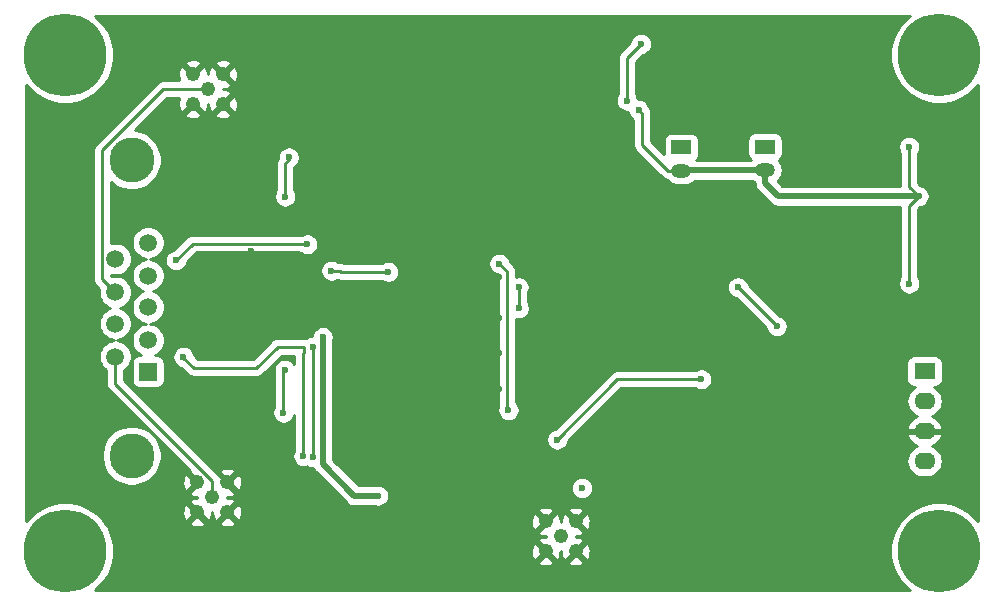
<source format=gbl>
G04 #@! TF.GenerationSoftware,KiCad,Pcbnew,(5.1.5-0)*
G04 #@! TF.CreationDate,2021-08-24T11:58:41-06:00*
G04 #@! TF.ProjectId,2ch-ads,3263682d-6164-4732-9e6b-696361645f70,rev?*
G04 #@! TF.SameCoordinates,Original*
G04 #@! TF.FileFunction,Copper,L2,Bot*
G04 #@! TF.FilePolarity,Positive*
%FSLAX46Y46*%
G04 Gerber Fmt 4.6, Leading zero omitted, Abs format (unit mm)*
G04 Created by KiCad (PCBNEW (5.1.5-0)) date 2021-08-24 11:58:41*
%MOMM*%
%LPD*%
G04 APERTURE LIST*
%ADD10C,1.240000*%
%ADD11R,1.800000X1.400000*%
%ADD12O,1.800000X1.400000*%
%ADD13O,1.700000X1.200000*%
%ADD14R,1.700000X1.200000*%
%ADD15C,3.810000*%
%ADD16R,1.520000X1.520000*%
%ADD17C,1.520000*%
%ADD18C,7.000000*%
%ADD19C,0.600000*%
%ADD20C,0.500000*%
%ADD21C,0.250000*%
%ADD22C,0.254000*%
G04 APERTURE END LIST*
D10*
X137680000Y-121020000D03*
X140220000Y-118480000D03*
X140220000Y-121020000D03*
X137680000Y-118480000D03*
X138950000Y-119750000D03*
X107810000Y-83150000D03*
X110350000Y-80610000D03*
X110350000Y-83150000D03*
X107810000Y-80610000D03*
X109080000Y-81880000D03*
X108180000Y-117720000D03*
X110720000Y-115180000D03*
X110720000Y-117720000D03*
X108180000Y-115180000D03*
X109450000Y-116450000D03*
D11*
X169750000Y-105750000D03*
D12*
X169750000Y-108290000D03*
X169750000Y-110830000D03*
X169750000Y-113370000D03*
D13*
X156250000Y-88750000D03*
D14*
X156250000Y-86750000D03*
D13*
X149150000Y-88800000D03*
D14*
X149150000Y-86800000D03*
D15*
X102613000Y-87881000D03*
X102613000Y-112901000D03*
D16*
X104013000Y-105791000D03*
D17*
X104013000Y-103121000D03*
X104013000Y-100331000D03*
X104013000Y-97661000D03*
X104013000Y-94871000D03*
X101223000Y-104521000D03*
X101223000Y-101731000D03*
X101223000Y-99061000D03*
X101223000Y-96261000D03*
D18*
X97000000Y-79000000D03*
X171000000Y-79000000D03*
X97000000Y-121000000D03*
X171000000Y-121000000D03*
D19*
X149750000Y-112650000D03*
X140750000Y-115650000D03*
X168450000Y-98350000D03*
X169250000Y-90950000D03*
X168450000Y-86750000D03*
X153950000Y-98650000D03*
X157250000Y-101950000D03*
X150850000Y-106450000D03*
X138650000Y-111550000D03*
X133750000Y-101250000D03*
X136750000Y-101250000D03*
X136750000Y-104250000D03*
X133750000Y-104250000D03*
X133750000Y-107250000D03*
X136750000Y-107250000D03*
X133750000Y-109750000D03*
X130750000Y-109750000D03*
X127750000Y-109750000D03*
X130750000Y-107250000D03*
X127750000Y-107250000D03*
X136750000Y-109250000D03*
X133750000Y-97750000D03*
X136750000Y-97750000D03*
X130750000Y-97750000D03*
X127750000Y-95250000D03*
X130750000Y-101250000D03*
X127750000Y-99250000D03*
X125750000Y-93250000D03*
X125750000Y-97250000D03*
X112750000Y-95600000D03*
X111750000Y-93250000D03*
X112450000Y-103350000D03*
X116150000Y-97850000D03*
X112550000Y-112550000D03*
X115550000Y-115850000D03*
X122650000Y-113550000D03*
X122750000Y-95250000D03*
X118750000Y-89250000D03*
X120750000Y-90250000D03*
X132750000Y-95250000D03*
X135750000Y-95250000D03*
X135750000Y-92250000D03*
X132750000Y-92250000D03*
X132750000Y-89250000D03*
X135750000Y-89250000D03*
X135750000Y-86250000D03*
X132750000Y-86250000D03*
X131750000Y-96250000D03*
X124750000Y-105250000D03*
X127750000Y-105250000D03*
X127750000Y-102250000D03*
X124750000Y-102250000D03*
X124750000Y-99250000D03*
X162750000Y-101250000D03*
X160750000Y-92250000D03*
X163750000Y-92250000D03*
X163750000Y-89250000D03*
X160750000Y-89250000D03*
X157250000Y-99350000D03*
X117950000Y-103675000D03*
X117950000Y-113025000D03*
X117153718Y-112947941D03*
X107010000Y-104550000D03*
X117491942Y-95016942D03*
X106375000Y-96375000D03*
X118800000Y-102875000D03*
X123500000Y-116300000D03*
X124350000Y-97350000D03*
X119535456Y-97250000D03*
X145550000Y-83650000D03*
X144550000Y-82850000D03*
X145750000Y-78050000D03*
X115475000Y-109275000D03*
X115575000Y-105625000D03*
X115625000Y-90975000D03*
X115925000Y-87650000D03*
X135400466Y-100446625D03*
X135374622Y-98650000D03*
X133750001Y-96650000D03*
X134524598Y-109050000D03*
D20*
X149200000Y-88750000D02*
X149150000Y-88800000D01*
X156250000Y-88750000D02*
X149200000Y-88750000D01*
X156250000Y-89850000D02*
X156250000Y-88750000D01*
X157350000Y-90950000D02*
X156250000Y-89850000D01*
D21*
X168450000Y-91750000D02*
X169250000Y-90950000D01*
X168450000Y-98350000D02*
X168450000Y-91750000D01*
D20*
X169250000Y-90950000D02*
X157350000Y-90950000D01*
D21*
X168450000Y-90150000D02*
X169250000Y-90950000D01*
X168450000Y-86750000D02*
X168450000Y-90150000D01*
X157250000Y-101950000D02*
X153950000Y-98650000D01*
X143750000Y-106450000D02*
X138650000Y-111550000D01*
X150850000Y-106450000D02*
X143750000Y-106450000D01*
X101223000Y-106824398D02*
X101223000Y-105595802D01*
X101223000Y-105595802D02*
X101223000Y-104521000D01*
X109450000Y-115051398D02*
X101223000Y-106824398D01*
X109450000Y-116450000D02*
X109450000Y-115051398D01*
X105313598Y-81880000D02*
X108203188Y-81880000D01*
X108203188Y-81880000D02*
X109080000Y-81880000D01*
X100137999Y-87055599D02*
X105313598Y-81880000D01*
X100137999Y-97975999D02*
X100137999Y-87055599D01*
X101223000Y-99061000D02*
X100137999Y-97975999D01*
X117950000Y-103675000D02*
X117950000Y-113025000D01*
X117153718Y-112947941D02*
X117153718Y-104221282D01*
X117153718Y-104221282D02*
X117175000Y-104200000D01*
X117175000Y-104200000D02*
X117175000Y-103675000D01*
X117175000Y-103675000D02*
X115000000Y-103675000D01*
X115000000Y-103675000D02*
X113175000Y-105500000D01*
X113175000Y-105500000D02*
X107900000Y-105500000D01*
X107010000Y-104610000D02*
X107010000Y-104550000D01*
X107900000Y-105500000D02*
X107010000Y-104610000D01*
X117067678Y-95016942D02*
X117000736Y-94950000D01*
X117491942Y-95016942D02*
X117067678Y-95016942D01*
X107800000Y-94950000D02*
X106375000Y-96375000D01*
X117000736Y-94950000D02*
X107800000Y-94950000D01*
D20*
X118800000Y-113643297D02*
X121474227Y-116317524D01*
X118800000Y-102875000D02*
X118800000Y-113643297D01*
X123482476Y-116317524D02*
X123500000Y-116300000D01*
X121474227Y-116317524D02*
X123482476Y-116317524D01*
D21*
X120250000Y-97250000D02*
X119535456Y-97250000D01*
X120350000Y-97350000D02*
X124350000Y-97350000D01*
X120250000Y-97250000D02*
X120350000Y-97350000D01*
X148050000Y-88800000D02*
X149150000Y-88800000D01*
X145849999Y-86599999D02*
X148050000Y-88800000D01*
X145849999Y-83949999D02*
X145849999Y-86599999D01*
X145550000Y-83650000D02*
X145849999Y-83949999D01*
X144550000Y-79250000D02*
X145750000Y-78050000D01*
X144550000Y-82850000D02*
X144550000Y-79250000D01*
X115475000Y-105725000D02*
X115575000Y-105625000D01*
X115475000Y-109275000D02*
X115475000Y-105725000D01*
X115625000Y-90975000D02*
X115625000Y-88150000D01*
X115925000Y-87850000D02*
X115925000Y-87650000D01*
X115625000Y-88150000D02*
X115925000Y-87850000D01*
X135400466Y-100446625D02*
X135400466Y-99222578D01*
X135374622Y-99196734D02*
X135374622Y-98650000D01*
X135400466Y-99222578D02*
X135374622Y-99196734D01*
X134375001Y-97275000D02*
X134375001Y-108900403D01*
X134375001Y-108900403D02*
X134524598Y-109050000D01*
X133750001Y-96650000D02*
X134375001Y-97275000D01*
D22*
G36*
X168364091Y-75788136D02*
G01*
X167788136Y-76364091D01*
X167335611Y-77041343D01*
X167023906Y-77793865D01*
X166865000Y-78592738D01*
X166865000Y-79407262D01*
X167023906Y-80206135D01*
X167335611Y-80958657D01*
X167788136Y-81635909D01*
X168364091Y-82211864D01*
X169041343Y-82664389D01*
X169793865Y-82976094D01*
X170592738Y-83135000D01*
X171407262Y-83135000D01*
X172206135Y-82976094D01*
X172958657Y-82664389D01*
X173635909Y-82211864D01*
X174211864Y-81635909D01*
X174290001Y-81518969D01*
X174290000Y-118481030D01*
X174211864Y-118364091D01*
X173635909Y-117788136D01*
X172958657Y-117335611D01*
X172206135Y-117023906D01*
X171407262Y-116865000D01*
X170592738Y-116865000D01*
X169793865Y-117023906D01*
X169041343Y-117335611D01*
X168364091Y-117788136D01*
X167788136Y-118364091D01*
X167335611Y-119041343D01*
X167023906Y-119793865D01*
X166865000Y-120592738D01*
X166865000Y-121407262D01*
X167023906Y-122206135D01*
X167335611Y-122958657D01*
X167788136Y-123635909D01*
X168364091Y-124211864D01*
X168481030Y-124290000D01*
X99518970Y-124290000D01*
X99635909Y-124211864D01*
X100211864Y-123635909D01*
X100664389Y-122958657D01*
X100976094Y-122206135D01*
X101040156Y-121884072D01*
X136995533Y-121884072D01*
X137045274Y-122109691D01*
X137270058Y-122212582D01*
X137510596Y-122269642D01*
X137757645Y-122278680D01*
X138001709Y-122239347D01*
X138233410Y-122153156D01*
X138314726Y-122109691D01*
X138364467Y-121884072D01*
X139535533Y-121884072D01*
X139585274Y-122109691D01*
X139810058Y-122212582D01*
X140050596Y-122269642D01*
X140297645Y-122278680D01*
X140541709Y-122239347D01*
X140773410Y-122153156D01*
X140854726Y-122109691D01*
X140904467Y-121884072D01*
X140220000Y-121199605D01*
X139535533Y-121884072D01*
X138364467Y-121884072D01*
X137680000Y-121199605D01*
X136995533Y-121884072D01*
X101040156Y-121884072D01*
X101135000Y-121407262D01*
X101135000Y-121097645D01*
X136421320Y-121097645D01*
X136460653Y-121341709D01*
X136546844Y-121573410D01*
X136590309Y-121654726D01*
X136815928Y-121704467D01*
X137500395Y-121020000D01*
X136815928Y-120335533D01*
X136590309Y-120385274D01*
X136487418Y-120610058D01*
X136430358Y-120850596D01*
X136421320Y-121097645D01*
X101135000Y-121097645D01*
X101135000Y-120592738D01*
X100976094Y-119793865D01*
X100789784Y-119344072D01*
X136995533Y-119344072D01*
X137045274Y-119569691D01*
X137270058Y-119672582D01*
X137510596Y-119729642D01*
X137695000Y-119736388D01*
X137695000Y-119764709D01*
X137602355Y-119761320D01*
X137358291Y-119800653D01*
X137126590Y-119886844D01*
X137045274Y-119930309D01*
X136995533Y-120155928D01*
X137680000Y-120840395D01*
X137694143Y-120826253D01*
X137873748Y-121005858D01*
X137859605Y-121020000D01*
X138544072Y-121704467D01*
X138769691Y-121654726D01*
X138872582Y-121429942D01*
X138929642Y-121189404D01*
X138936388Y-121005000D01*
X138964709Y-121005000D01*
X138961320Y-121097645D01*
X139000653Y-121341709D01*
X139086844Y-121573410D01*
X139130309Y-121654726D01*
X139355928Y-121704467D01*
X140040395Y-121020000D01*
X140399605Y-121020000D01*
X141084072Y-121704467D01*
X141309691Y-121654726D01*
X141412582Y-121429942D01*
X141469642Y-121189404D01*
X141478680Y-120942355D01*
X141439347Y-120698291D01*
X141353156Y-120466590D01*
X141309691Y-120385274D01*
X141084072Y-120335533D01*
X140399605Y-121020000D01*
X140040395Y-121020000D01*
X140026253Y-121005858D01*
X140205858Y-120826253D01*
X140220000Y-120840395D01*
X140904467Y-120155928D01*
X140854726Y-119930309D01*
X140629942Y-119827418D01*
X140389404Y-119770358D01*
X140205000Y-119763612D01*
X140205000Y-119735291D01*
X140297645Y-119738680D01*
X140541709Y-119699347D01*
X140773410Y-119613156D01*
X140854726Y-119569691D01*
X140904467Y-119344072D01*
X140220000Y-118659605D01*
X140205858Y-118673748D01*
X140026253Y-118494143D01*
X140040395Y-118480000D01*
X140399605Y-118480000D01*
X141084072Y-119164467D01*
X141309691Y-119114726D01*
X141412582Y-118889942D01*
X141469642Y-118649404D01*
X141478680Y-118402355D01*
X141439347Y-118158291D01*
X141353156Y-117926590D01*
X141309691Y-117845274D01*
X141084072Y-117795533D01*
X140399605Y-118480000D01*
X140040395Y-118480000D01*
X139355928Y-117795533D01*
X139130309Y-117845274D01*
X139027418Y-118070058D01*
X138970358Y-118310596D01*
X138963612Y-118495000D01*
X138935291Y-118495000D01*
X138938680Y-118402355D01*
X138899347Y-118158291D01*
X138813156Y-117926590D01*
X138769691Y-117845274D01*
X138544072Y-117795533D01*
X137859605Y-118480000D01*
X137873748Y-118494143D01*
X137694143Y-118673748D01*
X137680000Y-118659605D01*
X136995533Y-119344072D01*
X100789784Y-119344072D01*
X100664389Y-119041343D01*
X100358851Y-118584072D01*
X107495533Y-118584072D01*
X107545274Y-118809691D01*
X107770058Y-118912582D01*
X108010596Y-118969642D01*
X108257645Y-118978680D01*
X108501709Y-118939347D01*
X108733410Y-118853156D01*
X108814726Y-118809691D01*
X108864467Y-118584072D01*
X110035533Y-118584072D01*
X110085274Y-118809691D01*
X110310058Y-118912582D01*
X110550596Y-118969642D01*
X110797645Y-118978680D01*
X111041709Y-118939347D01*
X111273410Y-118853156D01*
X111354726Y-118809691D01*
X111404467Y-118584072D01*
X111378040Y-118557645D01*
X136421320Y-118557645D01*
X136460653Y-118801709D01*
X136546844Y-119033410D01*
X136590309Y-119114726D01*
X136815928Y-119164467D01*
X137500395Y-118480000D01*
X136815928Y-117795533D01*
X136590309Y-117845274D01*
X136487418Y-118070058D01*
X136430358Y-118310596D01*
X136421320Y-118557645D01*
X111378040Y-118557645D01*
X110720000Y-117899605D01*
X110035533Y-118584072D01*
X108864467Y-118584072D01*
X108180000Y-117899605D01*
X107495533Y-118584072D01*
X100358851Y-118584072D01*
X100211864Y-118364091D01*
X99645418Y-117797645D01*
X106921320Y-117797645D01*
X106960653Y-118041709D01*
X107046844Y-118273410D01*
X107090309Y-118354726D01*
X107315928Y-118404467D01*
X108000395Y-117720000D01*
X107315928Y-117035533D01*
X107090309Y-117085274D01*
X106987418Y-117310058D01*
X106930358Y-117550596D01*
X106921320Y-117797645D01*
X99645418Y-117797645D01*
X99635909Y-117788136D01*
X98958657Y-117335611D01*
X98206135Y-117023906D01*
X97407262Y-116865000D01*
X96592738Y-116865000D01*
X95793865Y-117023906D01*
X95041343Y-117335611D01*
X94364091Y-117788136D01*
X93788136Y-118364091D01*
X93710000Y-118481030D01*
X93710000Y-112650832D01*
X100073000Y-112650832D01*
X100073000Y-113151168D01*
X100170611Y-113641891D01*
X100362081Y-114104141D01*
X100640053Y-114520156D01*
X100993844Y-114873947D01*
X101409859Y-115151919D01*
X101872109Y-115343389D01*
X102362832Y-115441000D01*
X102863168Y-115441000D01*
X103353891Y-115343389D01*
X103560895Y-115257645D01*
X106921320Y-115257645D01*
X106960653Y-115501709D01*
X107046844Y-115733410D01*
X107090309Y-115814726D01*
X107315928Y-115864467D01*
X108000395Y-115180000D01*
X107315928Y-114495533D01*
X107090309Y-114545274D01*
X106987418Y-114770058D01*
X106930358Y-115010596D01*
X106921320Y-115257645D01*
X103560895Y-115257645D01*
X103816141Y-115151919D01*
X104232156Y-114873947D01*
X104585947Y-114520156D01*
X104863919Y-114104141D01*
X105055389Y-113641891D01*
X105153000Y-113151168D01*
X105153000Y-112650832D01*
X105055389Y-112160109D01*
X104863919Y-111697859D01*
X104585947Y-111281844D01*
X104232156Y-110928053D01*
X103816141Y-110650081D01*
X103353891Y-110458611D01*
X102863168Y-110361000D01*
X102362832Y-110361000D01*
X101872109Y-110458611D01*
X101409859Y-110650081D01*
X100993844Y-110928053D01*
X100640053Y-111281844D01*
X100362081Y-111697859D01*
X100170611Y-112160109D01*
X100073000Y-112650832D01*
X93710000Y-112650832D01*
X93710000Y-87055599D01*
X99374323Y-87055599D01*
X99378000Y-87092931D01*
X99377999Y-97938677D01*
X99374323Y-97975999D01*
X99377999Y-98013321D01*
X99377999Y-98013331D01*
X99388996Y-98124984D01*
X99413909Y-98207111D01*
X99432453Y-98268245D01*
X99503025Y-98400275D01*
X99529930Y-98433058D01*
X99597998Y-98516000D01*
X99627001Y-98539803D01*
X99858329Y-98771130D01*
X99828000Y-98923604D01*
X99828000Y-99198396D01*
X99881609Y-99467907D01*
X99986767Y-99721780D01*
X100139433Y-99950261D01*
X100333739Y-100144567D01*
X100562220Y-100297233D01*
X100800664Y-100396000D01*
X100562220Y-100494767D01*
X100333739Y-100647433D01*
X100139433Y-100841739D01*
X99986767Y-101070220D01*
X99881609Y-101324093D01*
X99828000Y-101593604D01*
X99828000Y-101868396D01*
X99881609Y-102137907D01*
X99986767Y-102391780D01*
X100139433Y-102620261D01*
X100333739Y-102814567D01*
X100562220Y-102967233D01*
X100816093Y-103072391D01*
X101085604Y-103126000D01*
X100816093Y-103179609D01*
X100562220Y-103284767D01*
X100333739Y-103437433D01*
X100139433Y-103631739D01*
X99986767Y-103860220D01*
X99881609Y-104114093D01*
X99828000Y-104383604D01*
X99828000Y-104658396D01*
X99881609Y-104927907D01*
X99986767Y-105181780D01*
X100139433Y-105410261D01*
X100333739Y-105604567D01*
X100463001Y-105690937D01*
X100463000Y-106787075D01*
X100459324Y-106824398D01*
X100463000Y-106861720D01*
X100463000Y-106861730D01*
X100473997Y-106973383D01*
X100505068Y-107075812D01*
X100517454Y-107116644D01*
X100588026Y-107248674D01*
X100627871Y-107297224D01*
X100682999Y-107364399D01*
X100712003Y-107388202D01*
X107521580Y-114197780D01*
X107495533Y-114315928D01*
X108180000Y-115000395D01*
X108194143Y-114986253D01*
X108373748Y-115165858D01*
X108359605Y-115180000D01*
X108373748Y-115194143D01*
X108194143Y-115373748D01*
X108180000Y-115359605D01*
X107495533Y-116044072D01*
X107545274Y-116269691D01*
X107770058Y-116372582D01*
X108010596Y-116429642D01*
X108195000Y-116436388D01*
X108195000Y-116464709D01*
X108102355Y-116461320D01*
X107858291Y-116500653D01*
X107626590Y-116586844D01*
X107545274Y-116630309D01*
X107495533Y-116855928D01*
X108180000Y-117540395D01*
X108194143Y-117526253D01*
X108373748Y-117705858D01*
X108359605Y-117720000D01*
X109044072Y-118404467D01*
X109269691Y-118354726D01*
X109372582Y-118129942D01*
X109429642Y-117889404D01*
X109436388Y-117705000D01*
X109464709Y-117705000D01*
X109461320Y-117797645D01*
X109500653Y-118041709D01*
X109586844Y-118273410D01*
X109630309Y-118354726D01*
X109855928Y-118404467D01*
X110540395Y-117720000D01*
X110899605Y-117720000D01*
X111584072Y-118404467D01*
X111809691Y-118354726D01*
X111912582Y-118129942D01*
X111969642Y-117889404D01*
X111978680Y-117642355D01*
X111974422Y-117615928D01*
X136995533Y-117615928D01*
X137680000Y-118300395D01*
X138364467Y-117615928D01*
X139535533Y-117615928D01*
X140220000Y-118300395D01*
X140904467Y-117615928D01*
X140854726Y-117390309D01*
X140629942Y-117287418D01*
X140389404Y-117230358D01*
X140142355Y-117221320D01*
X139898291Y-117260653D01*
X139666590Y-117346844D01*
X139585274Y-117390309D01*
X139535533Y-117615928D01*
X138364467Y-117615928D01*
X138314726Y-117390309D01*
X138089942Y-117287418D01*
X137849404Y-117230358D01*
X137602355Y-117221320D01*
X137358291Y-117260653D01*
X137126590Y-117346844D01*
X137045274Y-117390309D01*
X136995533Y-117615928D01*
X111974422Y-117615928D01*
X111939347Y-117398291D01*
X111853156Y-117166590D01*
X111809691Y-117085274D01*
X111584072Y-117035533D01*
X110899605Y-117720000D01*
X110540395Y-117720000D01*
X110526253Y-117705858D01*
X110705858Y-117526253D01*
X110720000Y-117540395D01*
X111404467Y-116855928D01*
X111354726Y-116630309D01*
X111129942Y-116527418D01*
X110889404Y-116470358D01*
X110705000Y-116463612D01*
X110705000Y-116435291D01*
X110797645Y-116438680D01*
X111041709Y-116399347D01*
X111273410Y-116313156D01*
X111354726Y-116269691D01*
X111404467Y-116044072D01*
X110720000Y-115359605D01*
X110705858Y-115373748D01*
X110526253Y-115194143D01*
X110540395Y-115180000D01*
X110899605Y-115180000D01*
X111584072Y-115864467D01*
X111809691Y-115814726D01*
X111912582Y-115589942D01*
X111969642Y-115349404D01*
X111978680Y-115102355D01*
X111939347Y-114858291D01*
X111853156Y-114626590D01*
X111809691Y-114545274D01*
X111584072Y-114495533D01*
X110899605Y-115180000D01*
X110540395Y-115180000D01*
X110171221Y-114810826D01*
X110155546Y-114759151D01*
X110151153Y-114750932D01*
X110084974Y-114627121D01*
X110013799Y-114540395D01*
X109990001Y-114511397D01*
X109961003Y-114487599D01*
X109789332Y-114315928D01*
X110035533Y-114315928D01*
X110720000Y-115000395D01*
X111404467Y-114315928D01*
X111354726Y-114090309D01*
X111129942Y-113987418D01*
X110889404Y-113930358D01*
X110642355Y-113921320D01*
X110398291Y-113960653D01*
X110166590Y-114046844D01*
X110085274Y-114090309D01*
X110035533Y-114315928D01*
X109789332Y-114315928D01*
X101983000Y-106509597D01*
X101983000Y-105690936D01*
X102112261Y-105604567D01*
X102306567Y-105410261D01*
X102459233Y-105181780D01*
X102521688Y-105031000D01*
X102614928Y-105031000D01*
X102614928Y-106551000D01*
X102627188Y-106675482D01*
X102663498Y-106795180D01*
X102722463Y-106905494D01*
X102801815Y-107002185D01*
X102898506Y-107081537D01*
X103008820Y-107140502D01*
X103128518Y-107176812D01*
X103253000Y-107189072D01*
X104773000Y-107189072D01*
X104897482Y-107176812D01*
X105017180Y-107140502D01*
X105127494Y-107081537D01*
X105224185Y-107002185D01*
X105303537Y-106905494D01*
X105362502Y-106795180D01*
X105398812Y-106675482D01*
X105411072Y-106551000D01*
X105411072Y-105031000D01*
X105398812Y-104906518D01*
X105362502Y-104786820D01*
X105303537Y-104676506D01*
X105224185Y-104579815D01*
X105127494Y-104500463D01*
X105047887Y-104457911D01*
X106075000Y-104457911D01*
X106075000Y-104642089D01*
X106110932Y-104822729D01*
X106181414Y-104992889D01*
X106283738Y-105146028D01*
X106413972Y-105276262D01*
X106567111Y-105378586D01*
X106737271Y-105449068D01*
X106783453Y-105458254D01*
X107336201Y-106011003D01*
X107359999Y-106040001D01*
X107388997Y-106063799D01*
X107475723Y-106134974D01*
X107554855Y-106177271D01*
X107607753Y-106205546D01*
X107751014Y-106249003D01*
X107862667Y-106260000D01*
X107862676Y-106260000D01*
X107899999Y-106263676D01*
X107937322Y-106260000D01*
X113137678Y-106260000D01*
X113175000Y-106263676D01*
X113212322Y-106260000D01*
X113212333Y-106260000D01*
X113323986Y-106249003D01*
X113467247Y-106205546D01*
X113599276Y-106134974D01*
X113715001Y-106040001D01*
X113738804Y-106010997D01*
X115314802Y-104435000D01*
X116393719Y-104435000D01*
X116393719Y-105167344D01*
X116301262Y-105028972D01*
X116171028Y-104898738D01*
X116017889Y-104796414D01*
X115847729Y-104725932D01*
X115667089Y-104690000D01*
X115482911Y-104690000D01*
X115302271Y-104725932D01*
X115132111Y-104796414D01*
X114978972Y-104898738D01*
X114848738Y-105028972D01*
X114746414Y-105182111D01*
X114675932Y-105352271D01*
X114640000Y-105532911D01*
X114640000Y-105717089D01*
X114675932Y-105897729D01*
X114715001Y-105992050D01*
X114715000Y-108729464D01*
X114646414Y-108832111D01*
X114575932Y-109002271D01*
X114540000Y-109182911D01*
X114540000Y-109367089D01*
X114575932Y-109547729D01*
X114646414Y-109717889D01*
X114748738Y-109871028D01*
X114878972Y-110001262D01*
X115032111Y-110103586D01*
X115202271Y-110174068D01*
X115382911Y-110210000D01*
X115567089Y-110210000D01*
X115747729Y-110174068D01*
X115917889Y-110103586D01*
X116071028Y-110001262D01*
X116201262Y-109871028D01*
X116303586Y-109717889D01*
X116374068Y-109547729D01*
X116393718Y-109448941D01*
X116393718Y-112402405D01*
X116325132Y-112505052D01*
X116254650Y-112675212D01*
X116218718Y-112855852D01*
X116218718Y-113040030D01*
X116254650Y-113220670D01*
X116325132Y-113390830D01*
X116427456Y-113543969D01*
X116557690Y-113674203D01*
X116710829Y-113776527D01*
X116880989Y-113847009D01*
X117061629Y-113882941D01*
X117245807Y-113882941D01*
X117426447Y-113847009D01*
X117470166Y-113828900D01*
X117507111Y-113853586D01*
X117677271Y-113924068D01*
X117857911Y-113960000D01*
X117971250Y-113960000D01*
X117978412Y-113983610D01*
X118060590Y-114137356D01*
X118143468Y-114238343D01*
X118143471Y-114238346D01*
X118171184Y-114272114D01*
X118204951Y-114299826D01*
X120817697Y-116912573D01*
X120845410Y-116946341D01*
X120879178Y-116974054D01*
X120879180Y-116974056D01*
X120898609Y-116990001D01*
X120980168Y-117056935D01*
X121133914Y-117139113D01*
X121300737Y-117189719D01*
X121430750Y-117202524D01*
X121430760Y-117202524D01*
X121474226Y-117206805D01*
X121517692Y-117202524D01*
X123244645Y-117202524D01*
X123407911Y-117235000D01*
X123592089Y-117235000D01*
X123772729Y-117199068D01*
X123942889Y-117128586D01*
X124096028Y-117026262D01*
X124226262Y-116896028D01*
X124328586Y-116742889D01*
X124399068Y-116572729D01*
X124435000Y-116392089D01*
X124435000Y-116207911D01*
X124399068Y-116027271D01*
X124328586Y-115857111D01*
X124226262Y-115703972D01*
X124096028Y-115573738D01*
X124072342Y-115557911D01*
X139815000Y-115557911D01*
X139815000Y-115742089D01*
X139850932Y-115922729D01*
X139921414Y-116092889D01*
X140023738Y-116246028D01*
X140153972Y-116376262D01*
X140307111Y-116478586D01*
X140477271Y-116549068D01*
X140657911Y-116585000D01*
X140842089Y-116585000D01*
X141022729Y-116549068D01*
X141192889Y-116478586D01*
X141346028Y-116376262D01*
X141476262Y-116246028D01*
X141578586Y-116092889D01*
X141649068Y-115922729D01*
X141685000Y-115742089D01*
X141685000Y-115557911D01*
X141649068Y-115377271D01*
X141578586Y-115207111D01*
X141476262Y-115053972D01*
X141346028Y-114923738D01*
X141192889Y-114821414D01*
X141022729Y-114750932D01*
X140842089Y-114715000D01*
X140657911Y-114715000D01*
X140477271Y-114750932D01*
X140307111Y-114821414D01*
X140153972Y-114923738D01*
X140023738Y-115053972D01*
X139921414Y-115207111D01*
X139850932Y-115377271D01*
X139815000Y-115557911D01*
X124072342Y-115557911D01*
X123942889Y-115471414D01*
X123772729Y-115400932D01*
X123592089Y-115365000D01*
X123407911Y-115365000D01*
X123227271Y-115400932D01*
X123151001Y-115432524D01*
X121840806Y-115432524D01*
X119778282Y-113370000D01*
X168208541Y-113370000D01*
X168234317Y-113631706D01*
X168310653Y-113883354D01*
X168434618Y-114115275D01*
X168601445Y-114318555D01*
X168804725Y-114485382D01*
X169036646Y-114609347D01*
X169288294Y-114685683D01*
X169484421Y-114705000D01*
X170015579Y-114705000D01*
X170211706Y-114685683D01*
X170463354Y-114609347D01*
X170695275Y-114485382D01*
X170898555Y-114318555D01*
X171065382Y-114115275D01*
X171189347Y-113883354D01*
X171265683Y-113631706D01*
X171291459Y-113370000D01*
X171265683Y-113108294D01*
X171189347Y-112856646D01*
X171065382Y-112624725D01*
X170898555Y-112421445D01*
X170695275Y-112254618D01*
X170463354Y-112130653D01*
X170367358Y-112101533D01*
X170587104Y-112009372D01*
X170804946Y-111862418D01*
X170989933Y-111675789D01*
X171134956Y-111456657D01*
X171234442Y-111213443D01*
X171242716Y-111163329D01*
X171119374Y-110957000D01*
X169877000Y-110957000D01*
X169877000Y-110977000D01*
X169623000Y-110977000D01*
X169623000Y-110957000D01*
X168380626Y-110957000D01*
X168257284Y-111163329D01*
X168265558Y-111213443D01*
X168365044Y-111456657D01*
X168510067Y-111675789D01*
X168695054Y-111862418D01*
X168912896Y-112009372D01*
X169132642Y-112101533D01*
X169036646Y-112130653D01*
X168804725Y-112254618D01*
X168601445Y-112421445D01*
X168434618Y-112624725D01*
X168310653Y-112856646D01*
X168234317Y-113108294D01*
X168208541Y-113370000D01*
X119778282Y-113370000D01*
X119685000Y-113276719D01*
X119685000Y-111457911D01*
X137715000Y-111457911D01*
X137715000Y-111642089D01*
X137750932Y-111822729D01*
X137821414Y-111992889D01*
X137923738Y-112146028D01*
X138053972Y-112276262D01*
X138207111Y-112378586D01*
X138377271Y-112449068D01*
X138557911Y-112485000D01*
X138742089Y-112485000D01*
X138922729Y-112449068D01*
X139092889Y-112378586D01*
X139246028Y-112276262D01*
X139376262Y-112146028D01*
X139478586Y-111992889D01*
X139549068Y-111822729D01*
X139573153Y-111701648D01*
X142984801Y-108290000D01*
X168208541Y-108290000D01*
X168234317Y-108551706D01*
X168310653Y-108803354D01*
X168434618Y-109035275D01*
X168601445Y-109238555D01*
X168804725Y-109405382D01*
X169036646Y-109529347D01*
X169132642Y-109558467D01*
X168912896Y-109650628D01*
X168695054Y-109797582D01*
X168510067Y-109984211D01*
X168365044Y-110203343D01*
X168265558Y-110446557D01*
X168257284Y-110496671D01*
X168380626Y-110703000D01*
X169623000Y-110703000D01*
X169623000Y-110683000D01*
X169877000Y-110683000D01*
X169877000Y-110703000D01*
X171119374Y-110703000D01*
X171242716Y-110496671D01*
X171234442Y-110446557D01*
X171134956Y-110203343D01*
X170989933Y-109984211D01*
X170804946Y-109797582D01*
X170587104Y-109650628D01*
X170367358Y-109558467D01*
X170463354Y-109529347D01*
X170695275Y-109405382D01*
X170898555Y-109238555D01*
X171065382Y-109035275D01*
X171189347Y-108803354D01*
X171265683Y-108551706D01*
X171291459Y-108290000D01*
X171265683Y-108028294D01*
X171189347Y-107776646D01*
X171065382Y-107544725D01*
X170898555Y-107341445D01*
X170695275Y-107174618D01*
X170533360Y-107088072D01*
X170650000Y-107088072D01*
X170774482Y-107075812D01*
X170894180Y-107039502D01*
X171004494Y-106980537D01*
X171101185Y-106901185D01*
X171180537Y-106804494D01*
X171239502Y-106694180D01*
X171275812Y-106574482D01*
X171288072Y-106450000D01*
X171288072Y-105050000D01*
X171275812Y-104925518D01*
X171239502Y-104805820D01*
X171180537Y-104695506D01*
X171101185Y-104598815D01*
X171004494Y-104519463D01*
X170894180Y-104460498D01*
X170774482Y-104424188D01*
X170650000Y-104411928D01*
X168850000Y-104411928D01*
X168725518Y-104424188D01*
X168605820Y-104460498D01*
X168495506Y-104519463D01*
X168398815Y-104598815D01*
X168319463Y-104695506D01*
X168260498Y-104805820D01*
X168224188Y-104925518D01*
X168211928Y-105050000D01*
X168211928Y-106450000D01*
X168224188Y-106574482D01*
X168260498Y-106694180D01*
X168319463Y-106804494D01*
X168398815Y-106901185D01*
X168495506Y-106980537D01*
X168605820Y-107039502D01*
X168725518Y-107075812D01*
X168850000Y-107088072D01*
X168966640Y-107088072D01*
X168804725Y-107174618D01*
X168601445Y-107341445D01*
X168434618Y-107544725D01*
X168310653Y-107776646D01*
X168234317Y-108028294D01*
X168208541Y-108290000D01*
X142984801Y-108290000D01*
X144064802Y-107210000D01*
X150304465Y-107210000D01*
X150407111Y-107278586D01*
X150577271Y-107349068D01*
X150757911Y-107385000D01*
X150942089Y-107385000D01*
X151122729Y-107349068D01*
X151292889Y-107278586D01*
X151446028Y-107176262D01*
X151576262Y-107046028D01*
X151678586Y-106892889D01*
X151749068Y-106722729D01*
X151785000Y-106542089D01*
X151785000Y-106357911D01*
X151749068Y-106177271D01*
X151678586Y-106007111D01*
X151576262Y-105853972D01*
X151446028Y-105723738D01*
X151292889Y-105621414D01*
X151122729Y-105550932D01*
X150942089Y-105515000D01*
X150757911Y-105515000D01*
X150577271Y-105550932D01*
X150407111Y-105621414D01*
X150304465Y-105690000D01*
X143787322Y-105690000D01*
X143749999Y-105686324D01*
X143712676Y-105690000D01*
X143712667Y-105690000D01*
X143601014Y-105700997D01*
X143457753Y-105744454D01*
X143325724Y-105815026D01*
X143209999Y-105909999D01*
X143186201Y-105938997D01*
X138498352Y-110626847D01*
X138377271Y-110650932D01*
X138207111Y-110721414D01*
X138053972Y-110823738D01*
X137923738Y-110953972D01*
X137821414Y-111107111D01*
X137750932Y-111277271D01*
X137715000Y-111457911D01*
X119685000Y-111457911D01*
X119685000Y-103181692D01*
X119699068Y-103147729D01*
X119735000Y-102967089D01*
X119735000Y-102782911D01*
X119699068Y-102602271D01*
X119628586Y-102432111D01*
X119526262Y-102278972D01*
X119396028Y-102148738D01*
X119242889Y-102046414D01*
X119072729Y-101975932D01*
X118892089Y-101940000D01*
X118707911Y-101940000D01*
X118527271Y-101975932D01*
X118357111Y-102046414D01*
X118203972Y-102148738D01*
X118073738Y-102278972D01*
X117971414Y-102432111D01*
X117900932Y-102602271D01*
X117873536Y-102740000D01*
X117857911Y-102740000D01*
X117677271Y-102775932D01*
X117507111Y-102846414D01*
X117368017Y-102939353D01*
X117323986Y-102925997D01*
X117212333Y-102915000D01*
X117175000Y-102911323D01*
X117137667Y-102915000D01*
X115037325Y-102915000D01*
X115000000Y-102911324D01*
X114962675Y-102915000D01*
X114962667Y-102915000D01*
X114851014Y-102925997D01*
X114707753Y-102969454D01*
X114575724Y-103040026D01*
X114459999Y-103134999D01*
X114436201Y-103163997D01*
X112860199Y-104740000D01*
X108214802Y-104740000D01*
X107945000Y-104470199D01*
X107945000Y-104457911D01*
X107909068Y-104277271D01*
X107838586Y-104107111D01*
X107736262Y-103953972D01*
X107606028Y-103823738D01*
X107452889Y-103721414D01*
X107282729Y-103650932D01*
X107102089Y-103615000D01*
X106917911Y-103615000D01*
X106737271Y-103650932D01*
X106567111Y-103721414D01*
X106413972Y-103823738D01*
X106283738Y-103953972D01*
X106181414Y-104107111D01*
X106110932Y-104277271D01*
X106075000Y-104457911D01*
X105047887Y-104457911D01*
X105017180Y-104441498D01*
X104897482Y-104405188D01*
X104773000Y-104392928D01*
X104587605Y-104392928D01*
X104673780Y-104357233D01*
X104902261Y-104204567D01*
X105096567Y-104010261D01*
X105249233Y-103781780D01*
X105354391Y-103527907D01*
X105408000Y-103258396D01*
X105408000Y-102983604D01*
X105354391Y-102714093D01*
X105249233Y-102460220D01*
X105096567Y-102231739D01*
X104902261Y-102037433D01*
X104673780Y-101884767D01*
X104419907Y-101779609D01*
X104150396Y-101726000D01*
X104419907Y-101672391D01*
X104673780Y-101567233D01*
X104902261Y-101414567D01*
X105096567Y-101220261D01*
X105249233Y-100991780D01*
X105354391Y-100737907D01*
X105408000Y-100468396D01*
X105408000Y-100193604D01*
X105354391Y-99924093D01*
X105249233Y-99670220D01*
X105096567Y-99441739D01*
X104902261Y-99247433D01*
X104673780Y-99094767D01*
X104435336Y-98996000D01*
X104673780Y-98897233D01*
X104902261Y-98744567D01*
X105096567Y-98550261D01*
X105249233Y-98321780D01*
X105354391Y-98067907D01*
X105408000Y-97798396D01*
X105408000Y-97523604D01*
X105354391Y-97254093D01*
X105249233Y-97000220D01*
X105096567Y-96771739D01*
X104902261Y-96577433D01*
X104673780Y-96424767D01*
X104419907Y-96319609D01*
X104235414Y-96282911D01*
X105440000Y-96282911D01*
X105440000Y-96467089D01*
X105475932Y-96647729D01*
X105546414Y-96817889D01*
X105648738Y-96971028D01*
X105778972Y-97101262D01*
X105932111Y-97203586D01*
X106102271Y-97274068D01*
X106282911Y-97310000D01*
X106467089Y-97310000D01*
X106647729Y-97274068D01*
X106817889Y-97203586D01*
X106886246Y-97157911D01*
X118600456Y-97157911D01*
X118600456Y-97342089D01*
X118636388Y-97522729D01*
X118706870Y-97692889D01*
X118809194Y-97846028D01*
X118939428Y-97976262D01*
X119092567Y-98078586D01*
X119262727Y-98149068D01*
X119443367Y-98185000D01*
X119627545Y-98185000D01*
X119808185Y-98149068D01*
X119978345Y-98078586D01*
X120032794Y-98042205D01*
X120057753Y-98055546D01*
X120201014Y-98099003D01*
X120312667Y-98110000D01*
X120312677Y-98110000D01*
X120349999Y-98113676D01*
X120387322Y-98110000D01*
X123804465Y-98110000D01*
X123907111Y-98178586D01*
X124077271Y-98249068D01*
X124257911Y-98285000D01*
X124442089Y-98285000D01*
X124622729Y-98249068D01*
X124792889Y-98178586D01*
X124946028Y-98076262D01*
X125076262Y-97946028D01*
X125178586Y-97792889D01*
X125249068Y-97622729D01*
X125285000Y-97442089D01*
X125285000Y-97257911D01*
X125249068Y-97077271D01*
X125178586Y-96907111D01*
X125076262Y-96753972D01*
X124946028Y-96623738D01*
X124847511Y-96557911D01*
X132815001Y-96557911D01*
X132815001Y-96742089D01*
X132850933Y-96922729D01*
X132921415Y-97092889D01*
X133023739Y-97246028D01*
X133153973Y-97376262D01*
X133307112Y-97478586D01*
X133477272Y-97549068D01*
X133598351Y-97573152D01*
X133615001Y-97589802D01*
X133615002Y-108830198D01*
X133589598Y-108957911D01*
X133589598Y-109142089D01*
X133625530Y-109322729D01*
X133696012Y-109492889D01*
X133798336Y-109646028D01*
X133928570Y-109776262D01*
X134081709Y-109878586D01*
X134251869Y-109949068D01*
X134432509Y-109985000D01*
X134616687Y-109985000D01*
X134797327Y-109949068D01*
X134967487Y-109878586D01*
X135120626Y-109776262D01*
X135250860Y-109646028D01*
X135353184Y-109492889D01*
X135423666Y-109322729D01*
X135459598Y-109142089D01*
X135459598Y-108957911D01*
X135423666Y-108777271D01*
X135353184Y-108607111D01*
X135250860Y-108453972D01*
X135135001Y-108338113D01*
X135135001Y-101347138D01*
X135308377Y-101381625D01*
X135492555Y-101381625D01*
X135673195Y-101345693D01*
X135843355Y-101275211D01*
X135996494Y-101172887D01*
X136126728Y-101042653D01*
X136229052Y-100889514D01*
X136299534Y-100719354D01*
X136335466Y-100538714D01*
X136335466Y-100354536D01*
X136299534Y-100173896D01*
X136229052Y-100003736D01*
X136160466Y-99901090D01*
X136160466Y-99259901D01*
X136164142Y-99222578D01*
X136160466Y-99185256D01*
X136160466Y-99185245D01*
X136158029Y-99160504D01*
X136203208Y-99092889D01*
X136273690Y-98922729D01*
X136309622Y-98742089D01*
X136309622Y-98557911D01*
X153015000Y-98557911D01*
X153015000Y-98742089D01*
X153050932Y-98922729D01*
X153121414Y-99092889D01*
X153223738Y-99246028D01*
X153353972Y-99376262D01*
X153507111Y-99478586D01*
X153677271Y-99549068D01*
X153798352Y-99573153D01*
X156326847Y-102101649D01*
X156350932Y-102222729D01*
X156421414Y-102392889D01*
X156523738Y-102546028D01*
X156653972Y-102676262D01*
X156807111Y-102778586D01*
X156977271Y-102849068D01*
X157157911Y-102885000D01*
X157342089Y-102885000D01*
X157522729Y-102849068D01*
X157692889Y-102778586D01*
X157846028Y-102676262D01*
X157976262Y-102546028D01*
X158078586Y-102392889D01*
X158149068Y-102222729D01*
X158185000Y-102042089D01*
X158185000Y-101857911D01*
X158149068Y-101677271D01*
X158078586Y-101507111D01*
X157976262Y-101353972D01*
X157846028Y-101223738D01*
X157692889Y-101121414D01*
X157522729Y-101050932D01*
X157401649Y-101026847D01*
X154873153Y-98498352D01*
X154849068Y-98377271D01*
X154778586Y-98207111D01*
X154676262Y-98053972D01*
X154546028Y-97923738D01*
X154392889Y-97821414D01*
X154222729Y-97750932D01*
X154042089Y-97715000D01*
X153857911Y-97715000D01*
X153677271Y-97750932D01*
X153507111Y-97821414D01*
X153353972Y-97923738D01*
X153223738Y-98053972D01*
X153121414Y-98207111D01*
X153050932Y-98377271D01*
X153015000Y-98557911D01*
X136309622Y-98557911D01*
X136273690Y-98377271D01*
X136203208Y-98207111D01*
X136100884Y-98053972D01*
X135970650Y-97923738D01*
X135817511Y-97821414D01*
X135647351Y-97750932D01*
X135466711Y-97715000D01*
X135282533Y-97715000D01*
X135135001Y-97744346D01*
X135135001Y-97312322D01*
X135138677Y-97274999D01*
X135135001Y-97237676D01*
X135135001Y-97237667D01*
X135124004Y-97126014D01*
X135080547Y-96982753D01*
X135009975Y-96850724D01*
X134945154Y-96771739D01*
X134938800Y-96763996D01*
X134938796Y-96763992D01*
X134915002Y-96734999D01*
X134886010Y-96711206D01*
X134673153Y-96498350D01*
X134649069Y-96377271D01*
X134578587Y-96207111D01*
X134476263Y-96053972D01*
X134346029Y-95923738D01*
X134192890Y-95821414D01*
X134022730Y-95750932D01*
X133842090Y-95715000D01*
X133657912Y-95715000D01*
X133477272Y-95750932D01*
X133307112Y-95821414D01*
X133153973Y-95923738D01*
X133023739Y-96053972D01*
X132921415Y-96207111D01*
X132850933Y-96377271D01*
X132815001Y-96557911D01*
X124847511Y-96557911D01*
X124792889Y-96521414D01*
X124622729Y-96450932D01*
X124442089Y-96415000D01*
X124257911Y-96415000D01*
X124077271Y-96450932D01*
X123907111Y-96521414D01*
X123804465Y-96590000D01*
X120627456Y-96590000D01*
X120542247Y-96544454D01*
X120398986Y-96500997D01*
X120287333Y-96490000D01*
X120287322Y-96490000D01*
X120250000Y-96486324D01*
X120212678Y-96490000D01*
X120080991Y-96490000D01*
X119978345Y-96421414D01*
X119808185Y-96350932D01*
X119627545Y-96315000D01*
X119443367Y-96315000D01*
X119262727Y-96350932D01*
X119092567Y-96421414D01*
X118939428Y-96523738D01*
X118809194Y-96653972D01*
X118706870Y-96807111D01*
X118636388Y-96977271D01*
X118600456Y-97157911D01*
X106886246Y-97157911D01*
X106971028Y-97101262D01*
X107101262Y-96971028D01*
X107203586Y-96817889D01*
X107274068Y-96647729D01*
X107298153Y-96526649D01*
X108114802Y-95710000D01*
X116752068Y-95710000D01*
X116775431Y-95722488D01*
X116918692Y-95765945D01*
X116931894Y-95767245D01*
X117049053Y-95845528D01*
X117219213Y-95916010D01*
X117399853Y-95951942D01*
X117584031Y-95951942D01*
X117764671Y-95916010D01*
X117934831Y-95845528D01*
X118087970Y-95743204D01*
X118218204Y-95612970D01*
X118320528Y-95459831D01*
X118391010Y-95289671D01*
X118426942Y-95109031D01*
X118426942Y-94924853D01*
X118391010Y-94744213D01*
X118320528Y-94574053D01*
X118218204Y-94420914D01*
X118087970Y-94290680D01*
X117934831Y-94188356D01*
X117764671Y-94117874D01*
X117584031Y-94081942D01*
X117399853Y-94081942D01*
X117219213Y-94117874D01*
X117049053Y-94188356D01*
X117045498Y-94190732D01*
X117038069Y-94190000D01*
X117038058Y-94190000D01*
X117000736Y-94186324D01*
X116963414Y-94190000D01*
X107837322Y-94190000D01*
X107799999Y-94186324D01*
X107762676Y-94190000D01*
X107762667Y-94190000D01*
X107651014Y-94200997D01*
X107507753Y-94244454D01*
X107375724Y-94315026D01*
X107259999Y-94409999D01*
X107236201Y-94438997D01*
X106223351Y-95451847D01*
X106102271Y-95475932D01*
X105932111Y-95546414D01*
X105778972Y-95648738D01*
X105648738Y-95778972D01*
X105546414Y-95932111D01*
X105475932Y-96102271D01*
X105440000Y-96282911D01*
X104235414Y-96282911D01*
X104150396Y-96266000D01*
X104419907Y-96212391D01*
X104673780Y-96107233D01*
X104902261Y-95954567D01*
X105096567Y-95760261D01*
X105249233Y-95531780D01*
X105354391Y-95277907D01*
X105408000Y-95008396D01*
X105408000Y-94733604D01*
X105354391Y-94464093D01*
X105249233Y-94210220D01*
X105096567Y-93981739D01*
X104902261Y-93787433D01*
X104673780Y-93634767D01*
X104419907Y-93529609D01*
X104150396Y-93476000D01*
X103875604Y-93476000D01*
X103606093Y-93529609D01*
X103352220Y-93634767D01*
X103123739Y-93787433D01*
X102929433Y-93981739D01*
X102776767Y-94210220D01*
X102671609Y-94464093D01*
X102618000Y-94733604D01*
X102618000Y-95008396D01*
X102671609Y-95277907D01*
X102776767Y-95531780D01*
X102929433Y-95760261D01*
X103123739Y-95954567D01*
X103352220Y-96107233D01*
X103606093Y-96212391D01*
X103875604Y-96266000D01*
X103606093Y-96319609D01*
X103352220Y-96424767D01*
X103123739Y-96577433D01*
X102929433Y-96771739D01*
X102776767Y-97000220D01*
X102671609Y-97254093D01*
X102618000Y-97523604D01*
X102618000Y-97798396D01*
X102671609Y-98067907D01*
X102776767Y-98321780D01*
X102929433Y-98550261D01*
X103123739Y-98744567D01*
X103352220Y-98897233D01*
X103590664Y-98996000D01*
X103352220Y-99094767D01*
X103123739Y-99247433D01*
X102929433Y-99441739D01*
X102776767Y-99670220D01*
X102671609Y-99924093D01*
X102618000Y-100193604D01*
X102618000Y-100468396D01*
X102671609Y-100737907D01*
X102776767Y-100991780D01*
X102929433Y-101220261D01*
X103123739Y-101414567D01*
X103352220Y-101567233D01*
X103606093Y-101672391D01*
X103875604Y-101726000D01*
X103606093Y-101779609D01*
X103352220Y-101884767D01*
X103123739Y-102037433D01*
X102929433Y-102231739D01*
X102776767Y-102460220D01*
X102671609Y-102714093D01*
X102618000Y-102983604D01*
X102618000Y-103258396D01*
X102671609Y-103527907D01*
X102776767Y-103781780D01*
X102929433Y-104010261D01*
X103123739Y-104204567D01*
X103352220Y-104357233D01*
X103438395Y-104392928D01*
X103253000Y-104392928D01*
X103128518Y-104405188D01*
X103008820Y-104441498D01*
X102898506Y-104500463D01*
X102801815Y-104579815D01*
X102722463Y-104676506D01*
X102663498Y-104786820D01*
X102627188Y-104906518D01*
X102614928Y-105031000D01*
X102521688Y-105031000D01*
X102564391Y-104927907D01*
X102618000Y-104658396D01*
X102618000Y-104383604D01*
X102564391Y-104114093D01*
X102459233Y-103860220D01*
X102306567Y-103631739D01*
X102112261Y-103437433D01*
X101883780Y-103284767D01*
X101629907Y-103179609D01*
X101360396Y-103126000D01*
X101629907Y-103072391D01*
X101883780Y-102967233D01*
X102112261Y-102814567D01*
X102306567Y-102620261D01*
X102459233Y-102391780D01*
X102564391Y-102137907D01*
X102618000Y-101868396D01*
X102618000Y-101593604D01*
X102564391Y-101324093D01*
X102459233Y-101070220D01*
X102306567Y-100841739D01*
X102112261Y-100647433D01*
X101883780Y-100494767D01*
X101645336Y-100396000D01*
X101883780Y-100297233D01*
X102112261Y-100144567D01*
X102306567Y-99950261D01*
X102459233Y-99721780D01*
X102564391Y-99467907D01*
X102618000Y-99198396D01*
X102618000Y-98923604D01*
X102564391Y-98654093D01*
X102459233Y-98400220D01*
X102306567Y-98171739D01*
X102112261Y-97977433D01*
X101883780Y-97824767D01*
X101629907Y-97719609D01*
X101360396Y-97666000D01*
X101085604Y-97666000D01*
X100933130Y-97696329D01*
X100897999Y-97661198D01*
X100897999Y-97618683D01*
X101085604Y-97656000D01*
X101360396Y-97656000D01*
X101629907Y-97602391D01*
X101883780Y-97497233D01*
X102112261Y-97344567D01*
X102306567Y-97150261D01*
X102459233Y-96921780D01*
X102564391Y-96667907D01*
X102618000Y-96398396D01*
X102618000Y-96123604D01*
X102564391Y-95854093D01*
X102459233Y-95600220D01*
X102306567Y-95371739D01*
X102112261Y-95177433D01*
X101883780Y-95024767D01*
X101629907Y-94919609D01*
X101360396Y-94866000D01*
X101085604Y-94866000D01*
X100897999Y-94903317D01*
X100897999Y-90882911D01*
X114690000Y-90882911D01*
X114690000Y-91067089D01*
X114725932Y-91247729D01*
X114796414Y-91417889D01*
X114898738Y-91571028D01*
X115028972Y-91701262D01*
X115182111Y-91803586D01*
X115352271Y-91874068D01*
X115532911Y-91910000D01*
X115717089Y-91910000D01*
X115897729Y-91874068D01*
X116067889Y-91803586D01*
X116221028Y-91701262D01*
X116351262Y-91571028D01*
X116453586Y-91417889D01*
X116524068Y-91247729D01*
X116560000Y-91067089D01*
X116560000Y-90882911D01*
X116524068Y-90702271D01*
X116453586Y-90532111D01*
X116385000Y-90429465D01*
X116385000Y-88467153D01*
X116521028Y-88376262D01*
X116651262Y-88246028D01*
X116753586Y-88092889D01*
X116824068Y-87922729D01*
X116860000Y-87742089D01*
X116860000Y-87557911D01*
X116824068Y-87377271D01*
X116753586Y-87207111D01*
X116651262Y-87053972D01*
X116521028Y-86923738D01*
X116367889Y-86821414D01*
X116197729Y-86750932D01*
X116017089Y-86715000D01*
X115832911Y-86715000D01*
X115652271Y-86750932D01*
X115482111Y-86821414D01*
X115328972Y-86923738D01*
X115198738Y-87053972D01*
X115096414Y-87207111D01*
X115025932Y-87377271D01*
X114990000Y-87557911D01*
X114990000Y-87725773D01*
X114919454Y-87857754D01*
X114894657Y-87939502D01*
X114876614Y-87998985D01*
X114875998Y-88001015D01*
X114861324Y-88150000D01*
X114865001Y-88187332D01*
X114865000Y-90429464D01*
X114796414Y-90532111D01*
X114725932Y-90702271D01*
X114690000Y-90882911D01*
X100897999Y-90882911D01*
X100897999Y-89758102D01*
X100993844Y-89853947D01*
X101409859Y-90131919D01*
X101872109Y-90323389D01*
X102362832Y-90421000D01*
X102863168Y-90421000D01*
X103353891Y-90323389D01*
X103816141Y-90131919D01*
X104232156Y-89853947D01*
X104585947Y-89500156D01*
X104863919Y-89084141D01*
X105055389Y-88621891D01*
X105153000Y-88131168D01*
X105153000Y-87630832D01*
X105055389Y-87140109D01*
X104863919Y-86677859D01*
X104585947Y-86261844D01*
X104232156Y-85908053D01*
X103816141Y-85630081D01*
X103353891Y-85438611D01*
X102916743Y-85351657D01*
X104254328Y-84014072D01*
X107125533Y-84014072D01*
X107175274Y-84239691D01*
X107400058Y-84342582D01*
X107640596Y-84399642D01*
X107887645Y-84408680D01*
X108131709Y-84369347D01*
X108363410Y-84283156D01*
X108444726Y-84239691D01*
X108494467Y-84014072D01*
X109665533Y-84014072D01*
X109715274Y-84239691D01*
X109940058Y-84342582D01*
X110180596Y-84399642D01*
X110427645Y-84408680D01*
X110671709Y-84369347D01*
X110903410Y-84283156D01*
X110984726Y-84239691D01*
X111034467Y-84014072D01*
X110350000Y-83329605D01*
X109665533Y-84014072D01*
X108494467Y-84014072D01*
X107810000Y-83329605D01*
X107125533Y-84014072D01*
X104254328Y-84014072D01*
X105628400Y-82640000D01*
X106663218Y-82640000D01*
X106617418Y-82740058D01*
X106560358Y-82980596D01*
X106551320Y-83227645D01*
X106590653Y-83471709D01*
X106676844Y-83703410D01*
X106720309Y-83784726D01*
X106945928Y-83834467D01*
X107630395Y-83150000D01*
X107616253Y-83135858D01*
X107795858Y-82956253D01*
X107810000Y-82970395D01*
X107824143Y-82956253D01*
X108003748Y-83135858D01*
X107989605Y-83150000D01*
X108674072Y-83834467D01*
X108899691Y-83784726D01*
X109002582Y-83559942D01*
X109059642Y-83319404D01*
X109066388Y-83135000D01*
X109094709Y-83135000D01*
X109091320Y-83227645D01*
X109130653Y-83471709D01*
X109216844Y-83703410D01*
X109260309Y-83784726D01*
X109485928Y-83834467D01*
X110170395Y-83150000D01*
X110529605Y-83150000D01*
X111214072Y-83834467D01*
X111439691Y-83784726D01*
X111542582Y-83559942D01*
X111599642Y-83319404D01*
X111608680Y-83072355D01*
X111569347Y-82828291D01*
X111543167Y-82757911D01*
X143615000Y-82757911D01*
X143615000Y-82942089D01*
X143650932Y-83122729D01*
X143721414Y-83292889D01*
X143823738Y-83446028D01*
X143953972Y-83576262D01*
X144107111Y-83678586D01*
X144277271Y-83749068D01*
X144457911Y-83785000D01*
X144623536Y-83785000D01*
X144650932Y-83922729D01*
X144721414Y-84092889D01*
X144823738Y-84246028D01*
X144953972Y-84376262D01*
X145089999Y-84467152D01*
X145090000Y-86562667D01*
X145086323Y-86599999D01*
X145090000Y-86637332D01*
X145100997Y-86748985D01*
X145114179Y-86792441D01*
X145144453Y-86892245D01*
X145215025Y-87024275D01*
X145265948Y-87086324D01*
X145309999Y-87140000D01*
X145338997Y-87163798D01*
X147486201Y-89311003D01*
X147509999Y-89340001D01*
X147625724Y-89434974D01*
X147757753Y-89505546D01*
X147901014Y-89549003D01*
X147918451Y-89550720D01*
X148022498Y-89677502D01*
X148210551Y-89831833D01*
X148425099Y-89946511D01*
X148657898Y-90017130D01*
X148839335Y-90035000D01*
X149460665Y-90035000D01*
X149642102Y-90017130D01*
X149874901Y-89946511D01*
X150089449Y-89831833D01*
X150277502Y-89677502D01*
X150312382Y-89635000D01*
X155131634Y-89635000D01*
X155310551Y-89781833D01*
X155364588Y-89810716D01*
X155360719Y-89850000D01*
X155365000Y-89893469D01*
X155365000Y-89893476D01*
X155372254Y-89967130D01*
X155377805Y-90023490D01*
X155386130Y-90050932D01*
X155428411Y-90190312D01*
X155510589Y-90344058D01*
X155621183Y-90478817D01*
X155654956Y-90506534D01*
X156693470Y-91545049D01*
X156721183Y-91578817D01*
X156754951Y-91606530D01*
X156754953Y-91606532D01*
X156814677Y-91655546D01*
X156855941Y-91689411D01*
X157009687Y-91771589D01*
X157125903Y-91806843D01*
X157176509Y-91822195D01*
X157191306Y-91823652D01*
X157306523Y-91835000D01*
X157306531Y-91835000D01*
X157350000Y-91839281D01*
X157393469Y-91835000D01*
X167690001Y-91835000D01*
X167690000Y-97804464D01*
X167621414Y-97907111D01*
X167550932Y-98077271D01*
X167515000Y-98257911D01*
X167515000Y-98442089D01*
X167550932Y-98622729D01*
X167621414Y-98792889D01*
X167723738Y-98946028D01*
X167853972Y-99076262D01*
X168007111Y-99178586D01*
X168177271Y-99249068D01*
X168357911Y-99285000D01*
X168542089Y-99285000D01*
X168722729Y-99249068D01*
X168892889Y-99178586D01*
X169046028Y-99076262D01*
X169176262Y-98946028D01*
X169278586Y-98792889D01*
X169349068Y-98622729D01*
X169385000Y-98442089D01*
X169385000Y-98257911D01*
X169349068Y-98077271D01*
X169278586Y-97907111D01*
X169210000Y-97804465D01*
X169210000Y-92064801D01*
X169401649Y-91873153D01*
X169522729Y-91849068D01*
X169692889Y-91778586D01*
X169846028Y-91676262D01*
X169976262Y-91546028D01*
X170078586Y-91392889D01*
X170149068Y-91222729D01*
X170185000Y-91042089D01*
X170185000Y-90857911D01*
X170149068Y-90677271D01*
X170078586Y-90507111D01*
X169976262Y-90353972D01*
X169846028Y-90223738D01*
X169692889Y-90121414D01*
X169522729Y-90050932D01*
X169401649Y-90026847D01*
X169210000Y-89835199D01*
X169210000Y-87295535D01*
X169278586Y-87192889D01*
X169349068Y-87022729D01*
X169385000Y-86842089D01*
X169385000Y-86657911D01*
X169349068Y-86477271D01*
X169278586Y-86307111D01*
X169176262Y-86153972D01*
X169046028Y-86023738D01*
X168892889Y-85921414D01*
X168722729Y-85850932D01*
X168542089Y-85815000D01*
X168357911Y-85815000D01*
X168177271Y-85850932D01*
X168007111Y-85921414D01*
X167853972Y-86023738D01*
X167723738Y-86153972D01*
X167621414Y-86307111D01*
X167550932Y-86477271D01*
X167515000Y-86657911D01*
X167515000Y-86842089D01*
X167550932Y-87022729D01*
X167621414Y-87192889D01*
X167690000Y-87295536D01*
X167690001Y-90065000D01*
X157716579Y-90065000D01*
X157323444Y-89671866D01*
X157377502Y-89627502D01*
X157531833Y-89439449D01*
X157646511Y-89224901D01*
X157717130Y-88992102D01*
X157740975Y-88750000D01*
X157717130Y-88507898D01*
X157646511Y-88275099D01*
X157531833Y-88060551D01*
X157405564Y-87906691D01*
X157454494Y-87880537D01*
X157551185Y-87801185D01*
X157630537Y-87704494D01*
X157689502Y-87594180D01*
X157725812Y-87474482D01*
X157738072Y-87350000D01*
X157738072Y-86150000D01*
X157725812Y-86025518D01*
X157689502Y-85905820D01*
X157630537Y-85795506D01*
X157551185Y-85698815D01*
X157454494Y-85619463D01*
X157344180Y-85560498D01*
X157224482Y-85524188D01*
X157100000Y-85511928D01*
X155400000Y-85511928D01*
X155275518Y-85524188D01*
X155155820Y-85560498D01*
X155045506Y-85619463D01*
X154948815Y-85698815D01*
X154869463Y-85795506D01*
X154810498Y-85905820D01*
X154774188Y-86025518D01*
X154761928Y-86150000D01*
X154761928Y-87350000D01*
X154774188Y-87474482D01*
X154810498Y-87594180D01*
X154869463Y-87704494D01*
X154948815Y-87801185D01*
X155026574Y-87865000D01*
X150434351Y-87865000D01*
X150451185Y-87851185D01*
X150530537Y-87754494D01*
X150589502Y-87644180D01*
X150625812Y-87524482D01*
X150638072Y-87400000D01*
X150638072Y-86200000D01*
X150625812Y-86075518D01*
X150589502Y-85955820D01*
X150530537Y-85845506D01*
X150451185Y-85748815D01*
X150354494Y-85669463D01*
X150244180Y-85610498D01*
X150124482Y-85574188D01*
X150000000Y-85561928D01*
X148300000Y-85561928D01*
X148175518Y-85574188D01*
X148055820Y-85610498D01*
X147945506Y-85669463D01*
X147848815Y-85748815D01*
X147769463Y-85845506D01*
X147710498Y-85955820D01*
X147674188Y-86075518D01*
X147661928Y-86200000D01*
X147661928Y-87337126D01*
X146609999Y-86285198D01*
X146609999Y-83987324D01*
X146613675Y-83949999D01*
X146609999Y-83912674D01*
X146609999Y-83912666D01*
X146599002Y-83801013D01*
X146555545Y-83657752D01*
X146484973Y-83525723D01*
X146476558Y-83515469D01*
X146449068Y-83377271D01*
X146378586Y-83207111D01*
X146276262Y-83053972D01*
X146146028Y-82923738D01*
X145992889Y-82821414D01*
X145822729Y-82750932D01*
X145642089Y-82715000D01*
X145476464Y-82715000D01*
X145449068Y-82577271D01*
X145378586Y-82407111D01*
X145310000Y-82304465D01*
X145310000Y-79564801D01*
X145901649Y-78973153D01*
X146022729Y-78949068D01*
X146192889Y-78878586D01*
X146346028Y-78776262D01*
X146476262Y-78646028D01*
X146578586Y-78492889D01*
X146649068Y-78322729D01*
X146685000Y-78142089D01*
X146685000Y-77957911D01*
X146649068Y-77777271D01*
X146578586Y-77607111D01*
X146476262Y-77453972D01*
X146346028Y-77323738D01*
X146192889Y-77221414D01*
X146022729Y-77150932D01*
X145842089Y-77115000D01*
X145657911Y-77115000D01*
X145477271Y-77150932D01*
X145307111Y-77221414D01*
X145153972Y-77323738D01*
X145023738Y-77453972D01*
X144921414Y-77607111D01*
X144850932Y-77777271D01*
X144826847Y-77898351D01*
X144038998Y-78686201D01*
X144010000Y-78709999D01*
X143986202Y-78738997D01*
X143986201Y-78738998D01*
X143915026Y-78825724D01*
X143844454Y-78957754D01*
X143800998Y-79101015D01*
X143786324Y-79250000D01*
X143790001Y-79287332D01*
X143790000Y-82304464D01*
X143721414Y-82407111D01*
X143650932Y-82577271D01*
X143615000Y-82757911D01*
X111543167Y-82757911D01*
X111483156Y-82596590D01*
X111439691Y-82515274D01*
X111214072Y-82465533D01*
X110529605Y-83150000D01*
X110170395Y-83150000D01*
X110156253Y-83135858D01*
X110335858Y-82956253D01*
X110350000Y-82970395D01*
X111034467Y-82285928D01*
X110984726Y-82060309D01*
X110759942Y-81957418D01*
X110519404Y-81900358D01*
X110335000Y-81893612D01*
X110335000Y-81865291D01*
X110427645Y-81868680D01*
X110671709Y-81829347D01*
X110903410Y-81743156D01*
X110984726Y-81699691D01*
X111034467Y-81474072D01*
X110350000Y-80789605D01*
X110335858Y-80803748D01*
X110156253Y-80624143D01*
X110170395Y-80610000D01*
X110529605Y-80610000D01*
X111214072Y-81294467D01*
X111439691Y-81244726D01*
X111542582Y-81019942D01*
X111599642Y-80779404D01*
X111608680Y-80532355D01*
X111569347Y-80288291D01*
X111483156Y-80056590D01*
X111439691Y-79975274D01*
X111214072Y-79925533D01*
X110529605Y-80610000D01*
X110170395Y-80610000D01*
X109485928Y-79925533D01*
X109260309Y-79975274D01*
X109157418Y-80200058D01*
X109100358Y-80440596D01*
X109093612Y-80625000D01*
X109065291Y-80625000D01*
X109068680Y-80532355D01*
X109029347Y-80288291D01*
X108943156Y-80056590D01*
X108899691Y-79975274D01*
X108674072Y-79925533D01*
X107989605Y-80610000D01*
X108003748Y-80624143D01*
X107824143Y-80803748D01*
X107810000Y-80789605D01*
X107795858Y-80803748D01*
X107616253Y-80624143D01*
X107630395Y-80610000D01*
X106945928Y-79925533D01*
X106720309Y-79975274D01*
X106617418Y-80200058D01*
X106560358Y-80440596D01*
X106551320Y-80687645D01*
X106590653Y-80931709D01*
X106660696Y-81120000D01*
X105350920Y-81120000D01*
X105313597Y-81116324D01*
X105276274Y-81120000D01*
X105276265Y-81120000D01*
X105164612Y-81130997D01*
X105021351Y-81174454D01*
X104889322Y-81245026D01*
X104773597Y-81339999D01*
X104749799Y-81368997D01*
X99626997Y-86491800D01*
X99597999Y-86515598D01*
X99574201Y-86544596D01*
X99574200Y-86544597D01*
X99503025Y-86631323D01*
X99432453Y-86763353D01*
X99414841Y-86821414D01*
X99393356Y-86892245D01*
X99388997Y-86906614D01*
X99374323Y-87055599D01*
X93710000Y-87055599D01*
X93710000Y-81518970D01*
X93788136Y-81635909D01*
X94364091Y-82211864D01*
X95041343Y-82664389D01*
X95793865Y-82976094D01*
X96592738Y-83135000D01*
X97407262Y-83135000D01*
X98206135Y-82976094D01*
X98958657Y-82664389D01*
X99635909Y-82211864D01*
X100211864Y-81635909D01*
X100664389Y-80958657D01*
X100976094Y-80206135D01*
X101067635Y-79745928D01*
X107125533Y-79745928D01*
X107810000Y-80430395D01*
X108494467Y-79745928D01*
X109665533Y-79745928D01*
X110350000Y-80430395D01*
X111034467Y-79745928D01*
X110984726Y-79520309D01*
X110759942Y-79417418D01*
X110519404Y-79360358D01*
X110272355Y-79351320D01*
X110028291Y-79390653D01*
X109796590Y-79476844D01*
X109715274Y-79520309D01*
X109665533Y-79745928D01*
X108494467Y-79745928D01*
X108444726Y-79520309D01*
X108219942Y-79417418D01*
X107979404Y-79360358D01*
X107732355Y-79351320D01*
X107488291Y-79390653D01*
X107256590Y-79476844D01*
X107175274Y-79520309D01*
X107125533Y-79745928D01*
X101067635Y-79745928D01*
X101135000Y-79407262D01*
X101135000Y-78592738D01*
X100976094Y-77793865D01*
X100664389Y-77041343D01*
X100211864Y-76364091D01*
X99635909Y-75788136D01*
X99518970Y-75710000D01*
X168481030Y-75710000D01*
X168364091Y-75788136D01*
G37*
X168364091Y-75788136D02*
X167788136Y-76364091D01*
X167335611Y-77041343D01*
X167023906Y-77793865D01*
X166865000Y-78592738D01*
X166865000Y-79407262D01*
X167023906Y-80206135D01*
X167335611Y-80958657D01*
X167788136Y-81635909D01*
X168364091Y-82211864D01*
X169041343Y-82664389D01*
X169793865Y-82976094D01*
X170592738Y-83135000D01*
X171407262Y-83135000D01*
X172206135Y-82976094D01*
X172958657Y-82664389D01*
X173635909Y-82211864D01*
X174211864Y-81635909D01*
X174290001Y-81518969D01*
X174290000Y-118481030D01*
X174211864Y-118364091D01*
X173635909Y-117788136D01*
X172958657Y-117335611D01*
X172206135Y-117023906D01*
X171407262Y-116865000D01*
X170592738Y-116865000D01*
X169793865Y-117023906D01*
X169041343Y-117335611D01*
X168364091Y-117788136D01*
X167788136Y-118364091D01*
X167335611Y-119041343D01*
X167023906Y-119793865D01*
X166865000Y-120592738D01*
X166865000Y-121407262D01*
X167023906Y-122206135D01*
X167335611Y-122958657D01*
X167788136Y-123635909D01*
X168364091Y-124211864D01*
X168481030Y-124290000D01*
X99518970Y-124290000D01*
X99635909Y-124211864D01*
X100211864Y-123635909D01*
X100664389Y-122958657D01*
X100976094Y-122206135D01*
X101040156Y-121884072D01*
X136995533Y-121884072D01*
X137045274Y-122109691D01*
X137270058Y-122212582D01*
X137510596Y-122269642D01*
X137757645Y-122278680D01*
X138001709Y-122239347D01*
X138233410Y-122153156D01*
X138314726Y-122109691D01*
X138364467Y-121884072D01*
X139535533Y-121884072D01*
X139585274Y-122109691D01*
X139810058Y-122212582D01*
X140050596Y-122269642D01*
X140297645Y-122278680D01*
X140541709Y-122239347D01*
X140773410Y-122153156D01*
X140854726Y-122109691D01*
X140904467Y-121884072D01*
X140220000Y-121199605D01*
X139535533Y-121884072D01*
X138364467Y-121884072D01*
X137680000Y-121199605D01*
X136995533Y-121884072D01*
X101040156Y-121884072D01*
X101135000Y-121407262D01*
X101135000Y-121097645D01*
X136421320Y-121097645D01*
X136460653Y-121341709D01*
X136546844Y-121573410D01*
X136590309Y-121654726D01*
X136815928Y-121704467D01*
X137500395Y-121020000D01*
X136815928Y-120335533D01*
X136590309Y-120385274D01*
X136487418Y-120610058D01*
X136430358Y-120850596D01*
X136421320Y-121097645D01*
X101135000Y-121097645D01*
X101135000Y-120592738D01*
X100976094Y-119793865D01*
X100789784Y-119344072D01*
X136995533Y-119344072D01*
X137045274Y-119569691D01*
X137270058Y-119672582D01*
X137510596Y-119729642D01*
X137695000Y-119736388D01*
X137695000Y-119764709D01*
X137602355Y-119761320D01*
X137358291Y-119800653D01*
X137126590Y-119886844D01*
X137045274Y-119930309D01*
X136995533Y-120155928D01*
X137680000Y-120840395D01*
X137694143Y-120826253D01*
X137873748Y-121005858D01*
X137859605Y-121020000D01*
X138544072Y-121704467D01*
X138769691Y-121654726D01*
X138872582Y-121429942D01*
X138929642Y-121189404D01*
X138936388Y-121005000D01*
X138964709Y-121005000D01*
X138961320Y-121097645D01*
X139000653Y-121341709D01*
X139086844Y-121573410D01*
X139130309Y-121654726D01*
X139355928Y-121704467D01*
X140040395Y-121020000D01*
X140399605Y-121020000D01*
X141084072Y-121704467D01*
X141309691Y-121654726D01*
X141412582Y-121429942D01*
X141469642Y-121189404D01*
X141478680Y-120942355D01*
X141439347Y-120698291D01*
X141353156Y-120466590D01*
X141309691Y-120385274D01*
X141084072Y-120335533D01*
X140399605Y-121020000D01*
X140040395Y-121020000D01*
X140026253Y-121005858D01*
X140205858Y-120826253D01*
X140220000Y-120840395D01*
X140904467Y-120155928D01*
X140854726Y-119930309D01*
X140629942Y-119827418D01*
X140389404Y-119770358D01*
X140205000Y-119763612D01*
X140205000Y-119735291D01*
X140297645Y-119738680D01*
X140541709Y-119699347D01*
X140773410Y-119613156D01*
X140854726Y-119569691D01*
X140904467Y-119344072D01*
X140220000Y-118659605D01*
X140205858Y-118673748D01*
X140026253Y-118494143D01*
X140040395Y-118480000D01*
X140399605Y-118480000D01*
X141084072Y-119164467D01*
X141309691Y-119114726D01*
X141412582Y-118889942D01*
X141469642Y-118649404D01*
X141478680Y-118402355D01*
X141439347Y-118158291D01*
X141353156Y-117926590D01*
X141309691Y-117845274D01*
X141084072Y-117795533D01*
X140399605Y-118480000D01*
X140040395Y-118480000D01*
X139355928Y-117795533D01*
X139130309Y-117845274D01*
X139027418Y-118070058D01*
X138970358Y-118310596D01*
X138963612Y-118495000D01*
X138935291Y-118495000D01*
X138938680Y-118402355D01*
X138899347Y-118158291D01*
X138813156Y-117926590D01*
X138769691Y-117845274D01*
X138544072Y-117795533D01*
X137859605Y-118480000D01*
X137873748Y-118494143D01*
X137694143Y-118673748D01*
X137680000Y-118659605D01*
X136995533Y-119344072D01*
X100789784Y-119344072D01*
X100664389Y-119041343D01*
X100358851Y-118584072D01*
X107495533Y-118584072D01*
X107545274Y-118809691D01*
X107770058Y-118912582D01*
X108010596Y-118969642D01*
X108257645Y-118978680D01*
X108501709Y-118939347D01*
X108733410Y-118853156D01*
X108814726Y-118809691D01*
X108864467Y-118584072D01*
X110035533Y-118584072D01*
X110085274Y-118809691D01*
X110310058Y-118912582D01*
X110550596Y-118969642D01*
X110797645Y-118978680D01*
X111041709Y-118939347D01*
X111273410Y-118853156D01*
X111354726Y-118809691D01*
X111404467Y-118584072D01*
X111378040Y-118557645D01*
X136421320Y-118557645D01*
X136460653Y-118801709D01*
X136546844Y-119033410D01*
X136590309Y-119114726D01*
X136815928Y-119164467D01*
X137500395Y-118480000D01*
X136815928Y-117795533D01*
X136590309Y-117845274D01*
X136487418Y-118070058D01*
X136430358Y-118310596D01*
X136421320Y-118557645D01*
X111378040Y-118557645D01*
X110720000Y-117899605D01*
X110035533Y-118584072D01*
X108864467Y-118584072D01*
X108180000Y-117899605D01*
X107495533Y-118584072D01*
X100358851Y-118584072D01*
X100211864Y-118364091D01*
X99645418Y-117797645D01*
X106921320Y-117797645D01*
X106960653Y-118041709D01*
X107046844Y-118273410D01*
X107090309Y-118354726D01*
X107315928Y-118404467D01*
X108000395Y-117720000D01*
X107315928Y-117035533D01*
X107090309Y-117085274D01*
X106987418Y-117310058D01*
X106930358Y-117550596D01*
X106921320Y-117797645D01*
X99645418Y-117797645D01*
X99635909Y-117788136D01*
X98958657Y-117335611D01*
X98206135Y-117023906D01*
X97407262Y-116865000D01*
X96592738Y-116865000D01*
X95793865Y-117023906D01*
X95041343Y-117335611D01*
X94364091Y-117788136D01*
X93788136Y-118364091D01*
X93710000Y-118481030D01*
X93710000Y-112650832D01*
X100073000Y-112650832D01*
X100073000Y-113151168D01*
X100170611Y-113641891D01*
X100362081Y-114104141D01*
X100640053Y-114520156D01*
X100993844Y-114873947D01*
X101409859Y-115151919D01*
X101872109Y-115343389D01*
X102362832Y-115441000D01*
X102863168Y-115441000D01*
X103353891Y-115343389D01*
X103560895Y-115257645D01*
X106921320Y-115257645D01*
X106960653Y-115501709D01*
X107046844Y-115733410D01*
X107090309Y-115814726D01*
X107315928Y-115864467D01*
X108000395Y-115180000D01*
X107315928Y-114495533D01*
X107090309Y-114545274D01*
X106987418Y-114770058D01*
X106930358Y-115010596D01*
X106921320Y-115257645D01*
X103560895Y-115257645D01*
X103816141Y-115151919D01*
X104232156Y-114873947D01*
X104585947Y-114520156D01*
X104863919Y-114104141D01*
X105055389Y-113641891D01*
X105153000Y-113151168D01*
X105153000Y-112650832D01*
X105055389Y-112160109D01*
X104863919Y-111697859D01*
X104585947Y-111281844D01*
X104232156Y-110928053D01*
X103816141Y-110650081D01*
X103353891Y-110458611D01*
X102863168Y-110361000D01*
X102362832Y-110361000D01*
X101872109Y-110458611D01*
X101409859Y-110650081D01*
X100993844Y-110928053D01*
X100640053Y-111281844D01*
X100362081Y-111697859D01*
X100170611Y-112160109D01*
X100073000Y-112650832D01*
X93710000Y-112650832D01*
X93710000Y-87055599D01*
X99374323Y-87055599D01*
X99378000Y-87092931D01*
X99377999Y-97938677D01*
X99374323Y-97975999D01*
X99377999Y-98013321D01*
X99377999Y-98013331D01*
X99388996Y-98124984D01*
X99413909Y-98207111D01*
X99432453Y-98268245D01*
X99503025Y-98400275D01*
X99529930Y-98433058D01*
X99597998Y-98516000D01*
X99627001Y-98539803D01*
X99858329Y-98771130D01*
X99828000Y-98923604D01*
X99828000Y-99198396D01*
X99881609Y-99467907D01*
X99986767Y-99721780D01*
X100139433Y-99950261D01*
X100333739Y-100144567D01*
X100562220Y-100297233D01*
X100800664Y-100396000D01*
X100562220Y-100494767D01*
X100333739Y-100647433D01*
X100139433Y-100841739D01*
X99986767Y-101070220D01*
X99881609Y-101324093D01*
X99828000Y-101593604D01*
X99828000Y-101868396D01*
X99881609Y-102137907D01*
X99986767Y-102391780D01*
X100139433Y-102620261D01*
X100333739Y-102814567D01*
X100562220Y-102967233D01*
X100816093Y-103072391D01*
X101085604Y-103126000D01*
X100816093Y-103179609D01*
X100562220Y-103284767D01*
X100333739Y-103437433D01*
X100139433Y-103631739D01*
X99986767Y-103860220D01*
X99881609Y-104114093D01*
X99828000Y-104383604D01*
X99828000Y-104658396D01*
X99881609Y-104927907D01*
X99986767Y-105181780D01*
X100139433Y-105410261D01*
X100333739Y-105604567D01*
X100463001Y-105690937D01*
X100463000Y-106787075D01*
X100459324Y-106824398D01*
X100463000Y-106861720D01*
X100463000Y-106861730D01*
X100473997Y-106973383D01*
X100505068Y-107075812D01*
X100517454Y-107116644D01*
X100588026Y-107248674D01*
X100627871Y-107297224D01*
X100682999Y-107364399D01*
X100712003Y-107388202D01*
X107521580Y-114197780D01*
X107495533Y-114315928D01*
X108180000Y-115000395D01*
X108194143Y-114986253D01*
X108373748Y-115165858D01*
X108359605Y-115180000D01*
X108373748Y-115194143D01*
X108194143Y-115373748D01*
X108180000Y-115359605D01*
X107495533Y-116044072D01*
X107545274Y-116269691D01*
X107770058Y-116372582D01*
X108010596Y-116429642D01*
X108195000Y-116436388D01*
X108195000Y-116464709D01*
X108102355Y-116461320D01*
X107858291Y-116500653D01*
X107626590Y-116586844D01*
X107545274Y-116630309D01*
X107495533Y-116855928D01*
X108180000Y-117540395D01*
X108194143Y-117526253D01*
X108373748Y-117705858D01*
X108359605Y-117720000D01*
X109044072Y-118404467D01*
X109269691Y-118354726D01*
X109372582Y-118129942D01*
X109429642Y-117889404D01*
X109436388Y-117705000D01*
X109464709Y-117705000D01*
X109461320Y-117797645D01*
X109500653Y-118041709D01*
X109586844Y-118273410D01*
X109630309Y-118354726D01*
X109855928Y-118404467D01*
X110540395Y-117720000D01*
X110899605Y-117720000D01*
X111584072Y-118404467D01*
X111809691Y-118354726D01*
X111912582Y-118129942D01*
X111969642Y-117889404D01*
X111978680Y-117642355D01*
X111974422Y-117615928D01*
X136995533Y-117615928D01*
X137680000Y-118300395D01*
X138364467Y-117615928D01*
X139535533Y-117615928D01*
X140220000Y-118300395D01*
X140904467Y-117615928D01*
X140854726Y-117390309D01*
X140629942Y-117287418D01*
X140389404Y-117230358D01*
X140142355Y-117221320D01*
X139898291Y-117260653D01*
X139666590Y-117346844D01*
X139585274Y-117390309D01*
X139535533Y-117615928D01*
X138364467Y-117615928D01*
X138314726Y-117390309D01*
X138089942Y-117287418D01*
X137849404Y-117230358D01*
X137602355Y-117221320D01*
X137358291Y-117260653D01*
X137126590Y-117346844D01*
X137045274Y-117390309D01*
X136995533Y-117615928D01*
X111974422Y-117615928D01*
X111939347Y-117398291D01*
X111853156Y-117166590D01*
X111809691Y-117085274D01*
X111584072Y-117035533D01*
X110899605Y-117720000D01*
X110540395Y-117720000D01*
X110526253Y-117705858D01*
X110705858Y-117526253D01*
X110720000Y-117540395D01*
X111404467Y-116855928D01*
X111354726Y-116630309D01*
X111129942Y-116527418D01*
X110889404Y-116470358D01*
X110705000Y-116463612D01*
X110705000Y-116435291D01*
X110797645Y-116438680D01*
X111041709Y-116399347D01*
X111273410Y-116313156D01*
X111354726Y-116269691D01*
X111404467Y-116044072D01*
X110720000Y-115359605D01*
X110705858Y-115373748D01*
X110526253Y-115194143D01*
X110540395Y-115180000D01*
X110899605Y-115180000D01*
X111584072Y-115864467D01*
X111809691Y-115814726D01*
X111912582Y-115589942D01*
X111969642Y-115349404D01*
X111978680Y-115102355D01*
X111939347Y-114858291D01*
X111853156Y-114626590D01*
X111809691Y-114545274D01*
X111584072Y-114495533D01*
X110899605Y-115180000D01*
X110540395Y-115180000D01*
X110171221Y-114810826D01*
X110155546Y-114759151D01*
X110151153Y-114750932D01*
X110084974Y-114627121D01*
X110013799Y-114540395D01*
X109990001Y-114511397D01*
X109961003Y-114487599D01*
X109789332Y-114315928D01*
X110035533Y-114315928D01*
X110720000Y-115000395D01*
X111404467Y-114315928D01*
X111354726Y-114090309D01*
X111129942Y-113987418D01*
X110889404Y-113930358D01*
X110642355Y-113921320D01*
X110398291Y-113960653D01*
X110166590Y-114046844D01*
X110085274Y-114090309D01*
X110035533Y-114315928D01*
X109789332Y-114315928D01*
X101983000Y-106509597D01*
X101983000Y-105690936D01*
X102112261Y-105604567D01*
X102306567Y-105410261D01*
X102459233Y-105181780D01*
X102521688Y-105031000D01*
X102614928Y-105031000D01*
X102614928Y-106551000D01*
X102627188Y-106675482D01*
X102663498Y-106795180D01*
X102722463Y-106905494D01*
X102801815Y-107002185D01*
X102898506Y-107081537D01*
X103008820Y-107140502D01*
X103128518Y-107176812D01*
X103253000Y-107189072D01*
X104773000Y-107189072D01*
X104897482Y-107176812D01*
X105017180Y-107140502D01*
X105127494Y-107081537D01*
X105224185Y-107002185D01*
X105303537Y-106905494D01*
X105362502Y-106795180D01*
X105398812Y-106675482D01*
X105411072Y-106551000D01*
X105411072Y-105031000D01*
X105398812Y-104906518D01*
X105362502Y-104786820D01*
X105303537Y-104676506D01*
X105224185Y-104579815D01*
X105127494Y-104500463D01*
X105047887Y-104457911D01*
X106075000Y-104457911D01*
X106075000Y-104642089D01*
X106110932Y-104822729D01*
X106181414Y-104992889D01*
X106283738Y-105146028D01*
X106413972Y-105276262D01*
X106567111Y-105378586D01*
X106737271Y-105449068D01*
X106783453Y-105458254D01*
X107336201Y-106011003D01*
X107359999Y-106040001D01*
X107388997Y-106063799D01*
X107475723Y-106134974D01*
X107554855Y-106177271D01*
X107607753Y-106205546D01*
X107751014Y-106249003D01*
X107862667Y-106260000D01*
X107862676Y-106260000D01*
X107899999Y-106263676D01*
X107937322Y-106260000D01*
X113137678Y-106260000D01*
X113175000Y-106263676D01*
X113212322Y-106260000D01*
X113212333Y-106260000D01*
X113323986Y-106249003D01*
X113467247Y-106205546D01*
X113599276Y-106134974D01*
X113715001Y-106040001D01*
X113738804Y-106010997D01*
X115314802Y-104435000D01*
X116393719Y-104435000D01*
X116393719Y-105167344D01*
X116301262Y-105028972D01*
X116171028Y-104898738D01*
X116017889Y-104796414D01*
X115847729Y-104725932D01*
X115667089Y-104690000D01*
X115482911Y-104690000D01*
X115302271Y-104725932D01*
X115132111Y-104796414D01*
X114978972Y-104898738D01*
X114848738Y-105028972D01*
X114746414Y-105182111D01*
X114675932Y-105352271D01*
X114640000Y-105532911D01*
X114640000Y-105717089D01*
X114675932Y-105897729D01*
X114715001Y-105992050D01*
X114715000Y-108729464D01*
X114646414Y-108832111D01*
X114575932Y-109002271D01*
X114540000Y-109182911D01*
X114540000Y-109367089D01*
X114575932Y-109547729D01*
X114646414Y-109717889D01*
X114748738Y-109871028D01*
X114878972Y-110001262D01*
X115032111Y-110103586D01*
X115202271Y-110174068D01*
X115382911Y-110210000D01*
X115567089Y-110210000D01*
X115747729Y-110174068D01*
X115917889Y-110103586D01*
X116071028Y-110001262D01*
X116201262Y-109871028D01*
X116303586Y-109717889D01*
X116374068Y-109547729D01*
X116393718Y-109448941D01*
X116393718Y-112402405D01*
X116325132Y-112505052D01*
X116254650Y-112675212D01*
X116218718Y-112855852D01*
X116218718Y-113040030D01*
X116254650Y-113220670D01*
X116325132Y-113390830D01*
X116427456Y-113543969D01*
X116557690Y-113674203D01*
X116710829Y-113776527D01*
X116880989Y-113847009D01*
X117061629Y-113882941D01*
X117245807Y-113882941D01*
X117426447Y-113847009D01*
X117470166Y-113828900D01*
X117507111Y-113853586D01*
X117677271Y-113924068D01*
X117857911Y-113960000D01*
X117971250Y-113960000D01*
X117978412Y-113983610D01*
X118060590Y-114137356D01*
X118143468Y-114238343D01*
X118143471Y-114238346D01*
X118171184Y-114272114D01*
X118204951Y-114299826D01*
X120817697Y-116912573D01*
X120845410Y-116946341D01*
X120879178Y-116974054D01*
X120879180Y-116974056D01*
X120898609Y-116990001D01*
X120980168Y-117056935D01*
X121133914Y-117139113D01*
X121300737Y-117189719D01*
X121430750Y-117202524D01*
X121430760Y-117202524D01*
X121474226Y-117206805D01*
X121517692Y-117202524D01*
X123244645Y-117202524D01*
X123407911Y-117235000D01*
X123592089Y-117235000D01*
X123772729Y-117199068D01*
X123942889Y-117128586D01*
X124096028Y-117026262D01*
X124226262Y-116896028D01*
X124328586Y-116742889D01*
X124399068Y-116572729D01*
X124435000Y-116392089D01*
X124435000Y-116207911D01*
X124399068Y-116027271D01*
X124328586Y-115857111D01*
X124226262Y-115703972D01*
X124096028Y-115573738D01*
X124072342Y-115557911D01*
X139815000Y-115557911D01*
X139815000Y-115742089D01*
X139850932Y-115922729D01*
X139921414Y-116092889D01*
X140023738Y-116246028D01*
X140153972Y-116376262D01*
X140307111Y-116478586D01*
X140477271Y-116549068D01*
X140657911Y-116585000D01*
X140842089Y-116585000D01*
X141022729Y-116549068D01*
X141192889Y-116478586D01*
X141346028Y-116376262D01*
X141476262Y-116246028D01*
X141578586Y-116092889D01*
X141649068Y-115922729D01*
X141685000Y-115742089D01*
X141685000Y-115557911D01*
X141649068Y-115377271D01*
X141578586Y-115207111D01*
X141476262Y-115053972D01*
X141346028Y-114923738D01*
X141192889Y-114821414D01*
X141022729Y-114750932D01*
X140842089Y-114715000D01*
X140657911Y-114715000D01*
X140477271Y-114750932D01*
X140307111Y-114821414D01*
X140153972Y-114923738D01*
X140023738Y-115053972D01*
X139921414Y-115207111D01*
X139850932Y-115377271D01*
X139815000Y-115557911D01*
X124072342Y-115557911D01*
X123942889Y-115471414D01*
X123772729Y-115400932D01*
X123592089Y-115365000D01*
X123407911Y-115365000D01*
X123227271Y-115400932D01*
X123151001Y-115432524D01*
X121840806Y-115432524D01*
X119778282Y-113370000D01*
X168208541Y-113370000D01*
X168234317Y-113631706D01*
X168310653Y-113883354D01*
X168434618Y-114115275D01*
X168601445Y-114318555D01*
X168804725Y-114485382D01*
X169036646Y-114609347D01*
X169288294Y-114685683D01*
X169484421Y-114705000D01*
X170015579Y-114705000D01*
X170211706Y-114685683D01*
X170463354Y-114609347D01*
X170695275Y-114485382D01*
X170898555Y-114318555D01*
X171065382Y-114115275D01*
X171189347Y-113883354D01*
X171265683Y-113631706D01*
X171291459Y-113370000D01*
X171265683Y-113108294D01*
X171189347Y-112856646D01*
X171065382Y-112624725D01*
X170898555Y-112421445D01*
X170695275Y-112254618D01*
X170463354Y-112130653D01*
X170367358Y-112101533D01*
X170587104Y-112009372D01*
X170804946Y-111862418D01*
X170989933Y-111675789D01*
X171134956Y-111456657D01*
X171234442Y-111213443D01*
X171242716Y-111163329D01*
X171119374Y-110957000D01*
X169877000Y-110957000D01*
X169877000Y-110977000D01*
X169623000Y-110977000D01*
X169623000Y-110957000D01*
X168380626Y-110957000D01*
X168257284Y-111163329D01*
X168265558Y-111213443D01*
X168365044Y-111456657D01*
X168510067Y-111675789D01*
X168695054Y-111862418D01*
X168912896Y-112009372D01*
X169132642Y-112101533D01*
X169036646Y-112130653D01*
X168804725Y-112254618D01*
X168601445Y-112421445D01*
X168434618Y-112624725D01*
X168310653Y-112856646D01*
X168234317Y-113108294D01*
X168208541Y-113370000D01*
X119778282Y-113370000D01*
X119685000Y-113276719D01*
X119685000Y-111457911D01*
X137715000Y-111457911D01*
X137715000Y-111642089D01*
X137750932Y-111822729D01*
X137821414Y-111992889D01*
X137923738Y-112146028D01*
X138053972Y-112276262D01*
X138207111Y-112378586D01*
X138377271Y-112449068D01*
X138557911Y-112485000D01*
X138742089Y-112485000D01*
X138922729Y-112449068D01*
X139092889Y-112378586D01*
X139246028Y-112276262D01*
X139376262Y-112146028D01*
X139478586Y-111992889D01*
X139549068Y-111822729D01*
X139573153Y-111701648D01*
X142984801Y-108290000D01*
X168208541Y-108290000D01*
X168234317Y-108551706D01*
X168310653Y-108803354D01*
X168434618Y-109035275D01*
X168601445Y-109238555D01*
X168804725Y-109405382D01*
X169036646Y-109529347D01*
X169132642Y-109558467D01*
X168912896Y-109650628D01*
X168695054Y-109797582D01*
X168510067Y-109984211D01*
X168365044Y-110203343D01*
X168265558Y-110446557D01*
X168257284Y-110496671D01*
X168380626Y-110703000D01*
X169623000Y-110703000D01*
X169623000Y-110683000D01*
X169877000Y-110683000D01*
X169877000Y-110703000D01*
X171119374Y-110703000D01*
X171242716Y-110496671D01*
X171234442Y-110446557D01*
X171134956Y-110203343D01*
X170989933Y-109984211D01*
X170804946Y-109797582D01*
X170587104Y-109650628D01*
X170367358Y-109558467D01*
X170463354Y-109529347D01*
X170695275Y-109405382D01*
X170898555Y-109238555D01*
X171065382Y-109035275D01*
X171189347Y-108803354D01*
X171265683Y-108551706D01*
X171291459Y-108290000D01*
X171265683Y-108028294D01*
X171189347Y-107776646D01*
X171065382Y-107544725D01*
X170898555Y-107341445D01*
X170695275Y-107174618D01*
X170533360Y-107088072D01*
X170650000Y-107088072D01*
X170774482Y-107075812D01*
X170894180Y-107039502D01*
X171004494Y-106980537D01*
X171101185Y-106901185D01*
X171180537Y-106804494D01*
X171239502Y-106694180D01*
X171275812Y-106574482D01*
X171288072Y-106450000D01*
X171288072Y-105050000D01*
X171275812Y-104925518D01*
X171239502Y-104805820D01*
X171180537Y-104695506D01*
X171101185Y-104598815D01*
X171004494Y-104519463D01*
X170894180Y-104460498D01*
X170774482Y-104424188D01*
X170650000Y-104411928D01*
X168850000Y-104411928D01*
X168725518Y-104424188D01*
X168605820Y-104460498D01*
X168495506Y-104519463D01*
X168398815Y-104598815D01*
X168319463Y-104695506D01*
X168260498Y-104805820D01*
X168224188Y-104925518D01*
X168211928Y-105050000D01*
X168211928Y-106450000D01*
X168224188Y-106574482D01*
X168260498Y-106694180D01*
X168319463Y-106804494D01*
X168398815Y-106901185D01*
X168495506Y-106980537D01*
X168605820Y-107039502D01*
X168725518Y-107075812D01*
X168850000Y-107088072D01*
X168966640Y-107088072D01*
X168804725Y-107174618D01*
X168601445Y-107341445D01*
X168434618Y-107544725D01*
X168310653Y-107776646D01*
X168234317Y-108028294D01*
X168208541Y-108290000D01*
X142984801Y-108290000D01*
X144064802Y-107210000D01*
X150304465Y-107210000D01*
X150407111Y-107278586D01*
X150577271Y-107349068D01*
X150757911Y-107385000D01*
X150942089Y-107385000D01*
X151122729Y-107349068D01*
X151292889Y-107278586D01*
X151446028Y-107176262D01*
X151576262Y-107046028D01*
X151678586Y-106892889D01*
X151749068Y-106722729D01*
X151785000Y-106542089D01*
X151785000Y-106357911D01*
X151749068Y-106177271D01*
X151678586Y-106007111D01*
X151576262Y-105853972D01*
X151446028Y-105723738D01*
X151292889Y-105621414D01*
X151122729Y-105550932D01*
X150942089Y-105515000D01*
X150757911Y-105515000D01*
X150577271Y-105550932D01*
X150407111Y-105621414D01*
X150304465Y-105690000D01*
X143787322Y-105690000D01*
X143749999Y-105686324D01*
X143712676Y-105690000D01*
X143712667Y-105690000D01*
X143601014Y-105700997D01*
X143457753Y-105744454D01*
X143325724Y-105815026D01*
X143209999Y-105909999D01*
X143186201Y-105938997D01*
X138498352Y-110626847D01*
X138377271Y-110650932D01*
X138207111Y-110721414D01*
X138053972Y-110823738D01*
X137923738Y-110953972D01*
X137821414Y-111107111D01*
X137750932Y-111277271D01*
X137715000Y-111457911D01*
X119685000Y-111457911D01*
X119685000Y-103181692D01*
X119699068Y-103147729D01*
X119735000Y-102967089D01*
X119735000Y-102782911D01*
X119699068Y-102602271D01*
X119628586Y-102432111D01*
X119526262Y-102278972D01*
X119396028Y-102148738D01*
X119242889Y-102046414D01*
X119072729Y-101975932D01*
X118892089Y-101940000D01*
X118707911Y-101940000D01*
X118527271Y-101975932D01*
X118357111Y-102046414D01*
X118203972Y-102148738D01*
X118073738Y-102278972D01*
X117971414Y-102432111D01*
X117900932Y-102602271D01*
X117873536Y-102740000D01*
X117857911Y-102740000D01*
X117677271Y-102775932D01*
X117507111Y-102846414D01*
X117368017Y-102939353D01*
X117323986Y-102925997D01*
X117212333Y-102915000D01*
X117175000Y-102911323D01*
X117137667Y-102915000D01*
X115037325Y-102915000D01*
X115000000Y-102911324D01*
X114962675Y-102915000D01*
X114962667Y-102915000D01*
X114851014Y-102925997D01*
X114707753Y-102969454D01*
X114575724Y-103040026D01*
X114459999Y-103134999D01*
X114436201Y-103163997D01*
X112860199Y-104740000D01*
X108214802Y-104740000D01*
X107945000Y-104470199D01*
X107945000Y-104457911D01*
X107909068Y-104277271D01*
X107838586Y-104107111D01*
X107736262Y-103953972D01*
X107606028Y-103823738D01*
X107452889Y-103721414D01*
X107282729Y-103650932D01*
X107102089Y-103615000D01*
X106917911Y-103615000D01*
X106737271Y-103650932D01*
X106567111Y-103721414D01*
X106413972Y-103823738D01*
X106283738Y-103953972D01*
X106181414Y-104107111D01*
X106110932Y-104277271D01*
X106075000Y-104457911D01*
X105047887Y-104457911D01*
X105017180Y-104441498D01*
X104897482Y-104405188D01*
X104773000Y-104392928D01*
X104587605Y-104392928D01*
X104673780Y-104357233D01*
X104902261Y-104204567D01*
X105096567Y-104010261D01*
X105249233Y-103781780D01*
X105354391Y-103527907D01*
X105408000Y-103258396D01*
X105408000Y-102983604D01*
X105354391Y-102714093D01*
X105249233Y-102460220D01*
X105096567Y-102231739D01*
X104902261Y-102037433D01*
X104673780Y-101884767D01*
X104419907Y-101779609D01*
X104150396Y-101726000D01*
X104419907Y-101672391D01*
X104673780Y-101567233D01*
X104902261Y-101414567D01*
X105096567Y-101220261D01*
X105249233Y-100991780D01*
X105354391Y-100737907D01*
X105408000Y-100468396D01*
X105408000Y-100193604D01*
X105354391Y-99924093D01*
X105249233Y-99670220D01*
X105096567Y-99441739D01*
X104902261Y-99247433D01*
X104673780Y-99094767D01*
X104435336Y-98996000D01*
X104673780Y-98897233D01*
X104902261Y-98744567D01*
X105096567Y-98550261D01*
X105249233Y-98321780D01*
X105354391Y-98067907D01*
X105408000Y-97798396D01*
X105408000Y-97523604D01*
X105354391Y-97254093D01*
X105249233Y-97000220D01*
X105096567Y-96771739D01*
X104902261Y-96577433D01*
X104673780Y-96424767D01*
X104419907Y-96319609D01*
X104235414Y-96282911D01*
X105440000Y-96282911D01*
X105440000Y-96467089D01*
X105475932Y-96647729D01*
X105546414Y-96817889D01*
X105648738Y-96971028D01*
X105778972Y-97101262D01*
X105932111Y-97203586D01*
X106102271Y-97274068D01*
X106282911Y-97310000D01*
X106467089Y-97310000D01*
X106647729Y-97274068D01*
X106817889Y-97203586D01*
X106886246Y-97157911D01*
X118600456Y-97157911D01*
X118600456Y-97342089D01*
X118636388Y-97522729D01*
X118706870Y-97692889D01*
X118809194Y-97846028D01*
X118939428Y-97976262D01*
X119092567Y-98078586D01*
X119262727Y-98149068D01*
X119443367Y-98185000D01*
X119627545Y-98185000D01*
X119808185Y-98149068D01*
X119978345Y-98078586D01*
X120032794Y-98042205D01*
X120057753Y-98055546D01*
X120201014Y-98099003D01*
X120312667Y-98110000D01*
X120312677Y-98110000D01*
X120349999Y-98113676D01*
X120387322Y-98110000D01*
X123804465Y-98110000D01*
X123907111Y-98178586D01*
X124077271Y-98249068D01*
X124257911Y-98285000D01*
X124442089Y-98285000D01*
X124622729Y-98249068D01*
X124792889Y-98178586D01*
X124946028Y-98076262D01*
X125076262Y-97946028D01*
X125178586Y-97792889D01*
X125249068Y-97622729D01*
X125285000Y-97442089D01*
X125285000Y-97257911D01*
X125249068Y-97077271D01*
X125178586Y-96907111D01*
X125076262Y-96753972D01*
X124946028Y-96623738D01*
X124847511Y-96557911D01*
X132815001Y-96557911D01*
X132815001Y-96742089D01*
X132850933Y-96922729D01*
X132921415Y-97092889D01*
X133023739Y-97246028D01*
X133153973Y-97376262D01*
X133307112Y-97478586D01*
X133477272Y-97549068D01*
X133598351Y-97573152D01*
X133615001Y-97589802D01*
X133615002Y-108830198D01*
X133589598Y-108957911D01*
X133589598Y-109142089D01*
X133625530Y-109322729D01*
X133696012Y-109492889D01*
X133798336Y-109646028D01*
X133928570Y-109776262D01*
X134081709Y-109878586D01*
X134251869Y-109949068D01*
X134432509Y-109985000D01*
X134616687Y-109985000D01*
X134797327Y-109949068D01*
X134967487Y-109878586D01*
X135120626Y-109776262D01*
X135250860Y-109646028D01*
X135353184Y-109492889D01*
X135423666Y-109322729D01*
X135459598Y-109142089D01*
X135459598Y-108957911D01*
X135423666Y-108777271D01*
X135353184Y-108607111D01*
X135250860Y-108453972D01*
X135135001Y-108338113D01*
X135135001Y-101347138D01*
X135308377Y-101381625D01*
X135492555Y-101381625D01*
X135673195Y-101345693D01*
X135843355Y-101275211D01*
X135996494Y-101172887D01*
X136126728Y-101042653D01*
X136229052Y-100889514D01*
X136299534Y-100719354D01*
X136335466Y-100538714D01*
X136335466Y-100354536D01*
X136299534Y-100173896D01*
X136229052Y-100003736D01*
X136160466Y-99901090D01*
X136160466Y-99259901D01*
X136164142Y-99222578D01*
X136160466Y-99185256D01*
X136160466Y-99185245D01*
X136158029Y-99160504D01*
X136203208Y-99092889D01*
X136273690Y-98922729D01*
X136309622Y-98742089D01*
X136309622Y-98557911D01*
X153015000Y-98557911D01*
X153015000Y-98742089D01*
X153050932Y-98922729D01*
X153121414Y-99092889D01*
X153223738Y-99246028D01*
X153353972Y-99376262D01*
X153507111Y-99478586D01*
X153677271Y-99549068D01*
X153798352Y-99573153D01*
X156326847Y-102101649D01*
X156350932Y-102222729D01*
X156421414Y-102392889D01*
X156523738Y-102546028D01*
X156653972Y-102676262D01*
X156807111Y-102778586D01*
X156977271Y-102849068D01*
X157157911Y-102885000D01*
X157342089Y-102885000D01*
X157522729Y-102849068D01*
X157692889Y-102778586D01*
X157846028Y-102676262D01*
X157976262Y-102546028D01*
X158078586Y-102392889D01*
X158149068Y-102222729D01*
X158185000Y-102042089D01*
X158185000Y-101857911D01*
X158149068Y-101677271D01*
X158078586Y-101507111D01*
X157976262Y-101353972D01*
X157846028Y-101223738D01*
X157692889Y-101121414D01*
X157522729Y-101050932D01*
X157401649Y-101026847D01*
X154873153Y-98498352D01*
X154849068Y-98377271D01*
X154778586Y-98207111D01*
X154676262Y-98053972D01*
X154546028Y-97923738D01*
X154392889Y-97821414D01*
X154222729Y-97750932D01*
X154042089Y-97715000D01*
X153857911Y-97715000D01*
X153677271Y-97750932D01*
X153507111Y-97821414D01*
X153353972Y-97923738D01*
X153223738Y-98053972D01*
X153121414Y-98207111D01*
X153050932Y-98377271D01*
X153015000Y-98557911D01*
X136309622Y-98557911D01*
X136273690Y-98377271D01*
X136203208Y-98207111D01*
X136100884Y-98053972D01*
X135970650Y-97923738D01*
X135817511Y-97821414D01*
X135647351Y-97750932D01*
X135466711Y-97715000D01*
X135282533Y-97715000D01*
X135135001Y-97744346D01*
X135135001Y-97312322D01*
X135138677Y-97274999D01*
X135135001Y-97237676D01*
X135135001Y-97237667D01*
X135124004Y-97126014D01*
X135080547Y-96982753D01*
X135009975Y-96850724D01*
X134945154Y-96771739D01*
X134938800Y-96763996D01*
X134938796Y-96763992D01*
X134915002Y-96734999D01*
X134886010Y-96711206D01*
X134673153Y-96498350D01*
X134649069Y-96377271D01*
X134578587Y-96207111D01*
X134476263Y-96053972D01*
X134346029Y-95923738D01*
X134192890Y-95821414D01*
X134022730Y-95750932D01*
X133842090Y-95715000D01*
X133657912Y-95715000D01*
X133477272Y-95750932D01*
X133307112Y-95821414D01*
X133153973Y-95923738D01*
X133023739Y-96053972D01*
X132921415Y-96207111D01*
X132850933Y-96377271D01*
X132815001Y-96557911D01*
X124847511Y-96557911D01*
X124792889Y-96521414D01*
X124622729Y-96450932D01*
X124442089Y-96415000D01*
X124257911Y-96415000D01*
X124077271Y-96450932D01*
X123907111Y-96521414D01*
X123804465Y-96590000D01*
X120627456Y-96590000D01*
X120542247Y-96544454D01*
X120398986Y-96500997D01*
X120287333Y-96490000D01*
X120287322Y-96490000D01*
X120250000Y-96486324D01*
X120212678Y-96490000D01*
X120080991Y-96490000D01*
X119978345Y-96421414D01*
X119808185Y-96350932D01*
X119627545Y-96315000D01*
X119443367Y-96315000D01*
X119262727Y-96350932D01*
X119092567Y-96421414D01*
X118939428Y-96523738D01*
X118809194Y-96653972D01*
X118706870Y-96807111D01*
X118636388Y-96977271D01*
X118600456Y-97157911D01*
X106886246Y-97157911D01*
X106971028Y-97101262D01*
X107101262Y-96971028D01*
X107203586Y-96817889D01*
X107274068Y-96647729D01*
X107298153Y-96526649D01*
X108114802Y-95710000D01*
X116752068Y-95710000D01*
X116775431Y-95722488D01*
X116918692Y-95765945D01*
X116931894Y-95767245D01*
X117049053Y-95845528D01*
X117219213Y-95916010D01*
X117399853Y-95951942D01*
X117584031Y-95951942D01*
X117764671Y-95916010D01*
X117934831Y-95845528D01*
X118087970Y-95743204D01*
X118218204Y-95612970D01*
X118320528Y-95459831D01*
X118391010Y-95289671D01*
X118426942Y-95109031D01*
X118426942Y-94924853D01*
X118391010Y-94744213D01*
X118320528Y-94574053D01*
X118218204Y-94420914D01*
X118087970Y-94290680D01*
X117934831Y-94188356D01*
X117764671Y-94117874D01*
X117584031Y-94081942D01*
X117399853Y-94081942D01*
X117219213Y-94117874D01*
X117049053Y-94188356D01*
X117045498Y-94190732D01*
X117038069Y-94190000D01*
X117038058Y-94190000D01*
X117000736Y-94186324D01*
X116963414Y-94190000D01*
X107837322Y-94190000D01*
X107799999Y-94186324D01*
X107762676Y-94190000D01*
X107762667Y-94190000D01*
X107651014Y-94200997D01*
X107507753Y-94244454D01*
X107375724Y-94315026D01*
X107259999Y-94409999D01*
X107236201Y-94438997D01*
X106223351Y-95451847D01*
X106102271Y-95475932D01*
X105932111Y-95546414D01*
X105778972Y-95648738D01*
X105648738Y-95778972D01*
X105546414Y-95932111D01*
X105475932Y-96102271D01*
X105440000Y-96282911D01*
X104235414Y-96282911D01*
X104150396Y-96266000D01*
X104419907Y-96212391D01*
X104673780Y-96107233D01*
X104902261Y-95954567D01*
X105096567Y-95760261D01*
X105249233Y-95531780D01*
X105354391Y-95277907D01*
X105408000Y-95008396D01*
X105408000Y-94733604D01*
X105354391Y-94464093D01*
X105249233Y-94210220D01*
X105096567Y-93981739D01*
X104902261Y-93787433D01*
X104673780Y-93634767D01*
X104419907Y-93529609D01*
X104150396Y-93476000D01*
X103875604Y-93476000D01*
X103606093Y-93529609D01*
X103352220Y-93634767D01*
X103123739Y-93787433D01*
X102929433Y-93981739D01*
X102776767Y-94210220D01*
X102671609Y-94464093D01*
X102618000Y-94733604D01*
X102618000Y-95008396D01*
X102671609Y-95277907D01*
X102776767Y-95531780D01*
X102929433Y-95760261D01*
X103123739Y-95954567D01*
X103352220Y-96107233D01*
X103606093Y-96212391D01*
X103875604Y-96266000D01*
X103606093Y-96319609D01*
X103352220Y-96424767D01*
X103123739Y-96577433D01*
X102929433Y-96771739D01*
X102776767Y-97000220D01*
X102671609Y-97254093D01*
X102618000Y-97523604D01*
X102618000Y-97798396D01*
X102671609Y-98067907D01*
X102776767Y-98321780D01*
X102929433Y-98550261D01*
X103123739Y-98744567D01*
X103352220Y-98897233D01*
X103590664Y-98996000D01*
X103352220Y-99094767D01*
X103123739Y-99247433D01*
X102929433Y-99441739D01*
X102776767Y-99670220D01*
X102671609Y-99924093D01*
X102618000Y-100193604D01*
X102618000Y-100468396D01*
X102671609Y-100737907D01*
X102776767Y-100991780D01*
X102929433Y-101220261D01*
X103123739Y-101414567D01*
X103352220Y-101567233D01*
X103606093Y-101672391D01*
X103875604Y-101726000D01*
X103606093Y-101779609D01*
X103352220Y-101884767D01*
X103123739Y-102037433D01*
X102929433Y-102231739D01*
X102776767Y-102460220D01*
X102671609Y-102714093D01*
X102618000Y-102983604D01*
X102618000Y-103258396D01*
X102671609Y-103527907D01*
X102776767Y-103781780D01*
X102929433Y-104010261D01*
X103123739Y-104204567D01*
X103352220Y-104357233D01*
X103438395Y-104392928D01*
X103253000Y-104392928D01*
X103128518Y-104405188D01*
X103008820Y-104441498D01*
X102898506Y-104500463D01*
X102801815Y-104579815D01*
X102722463Y-104676506D01*
X102663498Y-104786820D01*
X102627188Y-104906518D01*
X102614928Y-105031000D01*
X102521688Y-105031000D01*
X102564391Y-104927907D01*
X102618000Y-104658396D01*
X102618000Y-104383604D01*
X102564391Y-104114093D01*
X102459233Y-103860220D01*
X102306567Y-103631739D01*
X102112261Y-103437433D01*
X101883780Y-103284767D01*
X101629907Y-103179609D01*
X101360396Y-103126000D01*
X101629907Y-103072391D01*
X101883780Y-102967233D01*
X102112261Y-102814567D01*
X102306567Y-102620261D01*
X102459233Y-102391780D01*
X102564391Y-102137907D01*
X102618000Y-101868396D01*
X102618000Y-101593604D01*
X102564391Y-101324093D01*
X102459233Y-101070220D01*
X102306567Y-100841739D01*
X102112261Y-100647433D01*
X101883780Y-100494767D01*
X101645336Y-100396000D01*
X101883780Y-100297233D01*
X102112261Y-100144567D01*
X102306567Y-99950261D01*
X102459233Y-99721780D01*
X102564391Y-99467907D01*
X102618000Y-99198396D01*
X102618000Y-98923604D01*
X102564391Y-98654093D01*
X102459233Y-98400220D01*
X102306567Y-98171739D01*
X102112261Y-97977433D01*
X101883780Y-97824767D01*
X101629907Y-97719609D01*
X101360396Y-97666000D01*
X101085604Y-97666000D01*
X100933130Y-97696329D01*
X100897999Y-97661198D01*
X100897999Y-97618683D01*
X101085604Y-97656000D01*
X101360396Y-97656000D01*
X101629907Y-97602391D01*
X101883780Y-97497233D01*
X102112261Y-97344567D01*
X102306567Y-97150261D01*
X102459233Y-96921780D01*
X102564391Y-96667907D01*
X102618000Y-96398396D01*
X102618000Y-96123604D01*
X102564391Y-95854093D01*
X102459233Y-95600220D01*
X102306567Y-95371739D01*
X102112261Y-95177433D01*
X101883780Y-95024767D01*
X101629907Y-94919609D01*
X101360396Y-94866000D01*
X101085604Y-94866000D01*
X100897999Y-94903317D01*
X100897999Y-90882911D01*
X114690000Y-90882911D01*
X114690000Y-91067089D01*
X114725932Y-91247729D01*
X114796414Y-91417889D01*
X114898738Y-91571028D01*
X115028972Y-91701262D01*
X115182111Y-91803586D01*
X115352271Y-91874068D01*
X115532911Y-91910000D01*
X115717089Y-91910000D01*
X115897729Y-91874068D01*
X116067889Y-91803586D01*
X116221028Y-91701262D01*
X116351262Y-91571028D01*
X116453586Y-91417889D01*
X116524068Y-91247729D01*
X116560000Y-91067089D01*
X116560000Y-90882911D01*
X116524068Y-90702271D01*
X116453586Y-90532111D01*
X116385000Y-90429465D01*
X116385000Y-88467153D01*
X116521028Y-88376262D01*
X116651262Y-88246028D01*
X116753586Y-88092889D01*
X116824068Y-87922729D01*
X116860000Y-87742089D01*
X116860000Y-87557911D01*
X116824068Y-87377271D01*
X116753586Y-87207111D01*
X116651262Y-87053972D01*
X116521028Y-86923738D01*
X116367889Y-86821414D01*
X116197729Y-86750932D01*
X116017089Y-86715000D01*
X115832911Y-86715000D01*
X115652271Y-86750932D01*
X115482111Y-86821414D01*
X115328972Y-86923738D01*
X115198738Y-87053972D01*
X115096414Y-87207111D01*
X115025932Y-87377271D01*
X114990000Y-87557911D01*
X114990000Y-87725773D01*
X114919454Y-87857754D01*
X114894657Y-87939502D01*
X114876614Y-87998985D01*
X114875998Y-88001015D01*
X114861324Y-88150000D01*
X114865001Y-88187332D01*
X114865000Y-90429464D01*
X114796414Y-90532111D01*
X114725932Y-90702271D01*
X114690000Y-90882911D01*
X100897999Y-90882911D01*
X100897999Y-89758102D01*
X100993844Y-89853947D01*
X101409859Y-90131919D01*
X101872109Y-90323389D01*
X102362832Y-90421000D01*
X102863168Y-90421000D01*
X103353891Y-90323389D01*
X103816141Y-90131919D01*
X104232156Y-89853947D01*
X104585947Y-89500156D01*
X104863919Y-89084141D01*
X105055389Y-88621891D01*
X105153000Y-88131168D01*
X105153000Y-87630832D01*
X105055389Y-87140109D01*
X104863919Y-86677859D01*
X104585947Y-86261844D01*
X104232156Y-85908053D01*
X103816141Y-85630081D01*
X103353891Y-85438611D01*
X102916743Y-85351657D01*
X104254328Y-84014072D01*
X107125533Y-84014072D01*
X107175274Y-84239691D01*
X107400058Y-84342582D01*
X107640596Y-84399642D01*
X107887645Y-84408680D01*
X108131709Y-84369347D01*
X108363410Y-84283156D01*
X108444726Y-84239691D01*
X108494467Y-84014072D01*
X109665533Y-84014072D01*
X109715274Y-84239691D01*
X109940058Y-84342582D01*
X110180596Y-84399642D01*
X110427645Y-84408680D01*
X110671709Y-84369347D01*
X110903410Y-84283156D01*
X110984726Y-84239691D01*
X111034467Y-84014072D01*
X110350000Y-83329605D01*
X109665533Y-84014072D01*
X108494467Y-84014072D01*
X107810000Y-83329605D01*
X107125533Y-84014072D01*
X104254328Y-84014072D01*
X105628400Y-82640000D01*
X106663218Y-82640000D01*
X106617418Y-82740058D01*
X106560358Y-82980596D01*
X106551320Y-83227645D01*
X106590653Y-83471709D01*
X106676844Y-83703410D01*
X106720309Y-83784726D01*
X106945928Y-83834467D01*
X107630395Y-83150000D01*
X107616253Y-83135858D01*
X107795858Y-82956253D01*
X107810000Y-82970395D01*
X107824143Y-82956253D01*
X108003748Y-83135858D01*
X107989605Y-83150000D01*
X108674072Y-83834467D01*
X108899691Y-83784726D01*
X109002582Y-83559942D01*
X109059642Y-83319404D01*
X109066388Y-83135000D01*
X109094709Y-83135000D01*
X109091320Y-83227645D01*
X109130653Y-83471709D01*
X109216844Y-83703410D01*
X109260309Y-83784726D01*
X109485928Y-83834467D01*
X110170395Y-83150000D01*
X110529605Y-83150000D01*
X111214072Y-83834467D01*
X111439691Y-83784726D01*
X111542582Y-83559942D01*
X111599642Y-83319404D01*
X111608680Y-83072355D01*
X111569347Y-82828291D01*
X111543167Y-82757911D01*
X143615000Y-82757911D01*
X143615000Y-82942089D01*
X143650932Y-83122729D01*
X143721414Y-83292889D01*
X143823738Y-83446028D01*
X143953972Y-83576262D01*
X144107111Y-83678586D01*
X144277271Y-83749068D01*
X144457911Y-83785000D01*
X144623536Y-83785000D01*
X144650932Y-83922729D01*
X144721414Y-84092889D01*
X144823738Y-84246028D01*
X144953972Y-84376262D01*
X145089999Y-84467152D01*
X145090000Y-86562667D01*
X145086323Y-86599999D01*
X145090000Y-86637332D01*
X145100997Y-86748985D01*
X145114179Y-86792441D01*
X145144453Y-86892245D01*
X145215025Y-87024275D01*
X145265948Y-87086324D01*
X145309999Y-87140000D01*
X145338997Y-87163798D01*
X147486201Y-89311003D01*
X147509999Y-89340001D01*
X147625724Y-89434974D01*
X147757753Y-89505546D01*
X147901014Y-89549003D01*
X147918451Y-89550720D01*
X148022498Y-89677502D01*
X148210551Y-89831833D01*
X148425099Y-89946511D01*
X148657898Y-90017130D01*
X148839335Y-90035000D01*
X149460665Y-90035000D01*
X149642102Y-90017130D01*
X149874901Y-89946511D01*
X150089449Y-89831833D01*
X150277502Y-89677502D01*
X150312382Y-89635000D01*
X155131634Y-89635000D01*
X155310551Y-89781833D01*
X155364588Y-89810716D01*
X155360719Y-89850000D01*
X155365000Y-89893469D01*
X155365000Y-89893476D01*
X155372254Y-89967130D01*
X155377805Y-90023490D01*
X155386130Y-90050932D01*
X155428411Y-90190312D01*
X155510589Y-90344058D01*
X155621183Y-90478817D01*
X155654956Y-90506534D01*
X156693470Y-91545049D01*
X156721183Y-91578817D01*
X156754951Y-91606530D01*
X156754953Y-91606532D01*
X156814677Y-91655546D01*
X156855941Y-91689411D01*
X157009687Y-91771589D01*
X157125903Y-91806843D01*
X157176509Y-91822195D01*
X157191306Y-91823652D01*
X157306523Y-91835000D01*
X157306531Y-91835000D01*
X157350000Y-91839281D01*
X157393469Y-91835000D01*
X167690001Y-91835000D01*
X167690000Y-97804464D01*
X167621414Y-97907111D01*
X167550932Y-98077271D01*
X167515000Y-98257911D01*
X167515000Y-98442089D01*
X167550932Y-98622729D01*
X167621414Y-98792889D01*
X167723738Y-98946028D01*
X167853972Y-99076262D01*
X168007111Y-99178586D01*
X168177271Y-99249068D01*
X168357911Y-99285000D01*
X168542089Y-99285000D01*
X168722729Y-99249068D01*
X168892889Y-99178586D01*
X169046028Y-99076262D01*
X169176262Y-98946028D01*
X169278586Y-98792889D01*
X169349068Y-98622729D01*
X169385000Y-98442089D01*
X169385000Y-98257911D01*
X169349068Y-98077271D01*
X169278586Y-97907111D01*
X169210000Y-97804465D01*
X169210000Y-92064801D01*
X169401649Y-91873153D01*
X169522729Y-91849068D01*
X169692889Y-91778586D01*
X169846028Y-91676262D01*
X169976262Y-91546028D01*
X170078586Y-91392889D01*
X170149068Y-91222729D01*
X170185000Y-91042089D01*
X170185000Y-90857911D01*
X170149068Y-90677271D01*
X170078586Y-90507111D01*
X169976262Y-90353972D01*
X169846028Y-90223738D01*
X169692889Y-90121414D01*
X169522729Y-90050932D01*
X169401649Y-90026847D01*
X169210000Y-89835199D01*
X169210000Y-87295535D01*
X169278586Y-87192889D01*
X169349068Y-87022729D01*
X169385000Y-86842089D01*
X169385000Y-86657911D01*
X169349068Y-86477271D01*
X169278586Y-86307111D01*
X169176262Y-86153972D01*
X169046028Y-86023738D01*
X168892889Y-85921414D01*
X168722729Y-85850932D01*
X168542089Y-85815000D01*
X168357911Y-85815000D01*
X168177271Y-85850932D01*
X168007111Y-85921414D01*
X167853972Y-86023738D01*
X167723738Y-86153972D01*
X167621414Y-86307111D01*
X167550932Y-86477271D01*
X167515000Y-86657911D01*
X167515000Y-86842089D01*
X167550932Y-87022729D01*
X167621414Y-87192889D01*
X167690000Y-87295536D01*
X167690001Y-90065000D01*
X157716579Y-90065000D01*
X157323444Y-89671866D01*
X157377502Y-89627502D01*
X157531833Y-89439449D01*
X157646511Y-89224901D01*
X157717130Y-88992102D01*
X157740975Y-88750000D01*
X157717130Y-88507898D01*
X157646511Y-88275099D01*
X157531833Y-88060551D01*
X157405564Y-87906691D01*
X157454494Y-87880537D01*
X157551185Y-87801185D01*
X157630537Y-87704494D01*
X157689502Y-87594180D01*
X157725812Y-87474482D01*
X157738072Y-87350000D01*
X157738072Y-86150000D01*
X157725812Y-86025518D01*
X157689502Y-85905820D01*
X157630537Y-85795506D01*
X157551185Y-85698815D01*
X157454494Y-85619463D01*
X157344180Y-85560498D01*
X157224482Y-85524188D01*
X157100000Y-85511928D01*
X155400000Y-85511928D01*
X155275518Y-85524188D01*
X155155820Y-85560498D01*
X155045506Y-85619463D01*
X154948815Y-85698815D01*
X154869463Y-85795506D01*
X154810498Y-85905820D01*
X154774188Y-86025518D01*
X154761928Y-86150000D01*
X154761928Y-87350000D01*
X154774188Y-87474482D01*
X154810498Y-87594180D01*
X154869463Y-87704494D01*
X154948815Y-87801185D01*
X155026574Y-87865000D01*
X150434351Y-87865000D01*
X150451185Y-87851185D01*
X150530537Y-87754494D01*
X150589502Y-87644180D01*
X150625812Y-87524482D01*
X150638072Y-87400000D01*
X150638072Y-86200000D01*
X150625812Y-86075518D01*
X150589502Y-85955820D01*
X150530537Y-85845506D01*
X150451185Y-85748815D01*
X150354494Y-85669463D01*
X150244180Y-85610498D01*
X150124482Y-85574188D01*
X150000000Y-85561928D01*
X148300000Y-85561928D01*
X148175518Y-85574188D01*
X148055820Y-85610498D01*
X147945506Y-85669463D01*
X147848815Y-85748815D01*
X147769463Y-85845506D01*
X147710498Y-85955820D01*
X147674188Y-86075518D01*
X147661928Y-86200000D01*
X147661928Y-87337126D01*
X146609999Y-86285198D01*
X146609999Y-83987324D01*
X146613675Y-83949999D01*
X146609999Y-83912674D01*
X146609999Y-83912666D01*
X146599002Y-83801013D01*
X146555545Y-83657752D01*
X146484973Y-83525723D01*
X146476558Y-83515469D01*
X146449068Y-83377271D01*
X146378586Y-83207111D01*
X146276262Y-83053972D01*
X146146028Y-82923738D01*
X145992889Y-82821414D01*
X145822729Y-82750932D01*
X145642089Y-82715000D01*
X145476464Y-82715000D01*
X145449068Y-82577271D01*
X145378586Y-82407111D01*
X145310000Y-82304465D01*
X145310000Y-79564801D01*
X145901649Y-78973153D01*
X146022729Y-78949068D01*
X146192889Y-78878586D01*
X146346028Y-78776262D01*
X146476262Y-78646028D01*
X146578586Y-78492889D01*
X146649068Y-78322729D01*
X146685000Y-78142089D01*
X146685000Y-77957911D01*
X146649068Y-77777271D01*
X146578586Y-77607111D01*
X146476262Y-77453972D01*
X146346028Y-77323738D01*
X146192889Y-77221414D01*
X146022729Y-77150932D01*
X145842089Y-77115000D01*
X145657911Y-77115000D01*
X145477271Y-77150932D01*
X145307111Y-77221414D01*
X145153972Y-77323738D01*
X145023738Y-77453972D01*
X144921414Y-77607111D01*
X144850932Y-77777271D01*
X144826847Y-77898351D01*
X144038998Y-78686201D01*
X144010000Y-78709999D01*
X143986202Y-78738997D01*
X143986201Y-78738998D01*
X143915026Y-78825724D01*
X143844454Y-78957754D01*
X143800998Y-79101015D01*
X143786324Y-79250000D01*
X143790001Y-79287332D01*
X143790000Y-82304464D01*
X143721414Y-82407111D01*
X143650932Y-82577271D01*
X143615000Y-82757911D01*
X111543167Y-82757911D01*
X111483156Y-82596590D01*
X111439691Y-82515274D01*
X111214072Y-82465533D01*
X110529605Y-83150000D01*
X110170395Y-83150000D01*
X110156253Y-83135858D01*
X110335858Y-82956253D01*
X110350000Y-82970395D01*
X111034467Y-82285928D01*
X110984726Y-82060309D01*
X110759942Y-81957418D01*
X110519404Y-81900358D01*
X110335000Y-81893612D01*
X110335000Y-81865291D01*
X110427645Y-81868680D01*
X110671709Y-81829347D01*
X110903410Y-81743156D01*
X110984726Y-81699691D01*
X111034467Y-81474072D01*
X110350000Y-80789605D01*
X110335858Y-80803748D01*
X110156253Y-80624143D01*
X110170395Y-80610000D01*
X110529605Y-80610000D01*
X111214072Y-81294467D01*
X111439691Y-81244726D01*
X111542582Y-81019942D01*
X111599642Y-80779404D01*
X111608680Y-80532355D01*
X111569347Y-80288291D01*
X111483156Y-80056590D01*
X111439691Y-79975274D01*
X111214072Y-79925533D01*
X110529605Y-80610000D01*
X110170395Y-80610000D01*
X109485928Y-79925533D01*
X109260309Y-79975274D01*
X109157418Y-80200058D01*
X109100358Y-80440596D01*
X109093612Y-80625000D01*
X109065291Y-80625000D01*
X109068680Y-80532355D01*
X109029347Y-80288291D01*
X108943156Y-80056590D01*
X108899691Y-79975274D01*
X108674072Y-79925533D01*
X107989605Y-80610000D01*
X108003748Y-80624143D01*
X107824143Y-80803748D01*
X107810000Y-80789605D01*
X107795858Y-80803748D01*
X107616253Y-80624143D01*
X107630395Y-80610000D01*
X106945928Y-79925533D01*
X106720309Y-79975274D01*
X106617418Y-80200058D01*
X106560358Y-80440596D01*
X106551320Y-80687645D01*
X106590653Y-80931709D01*
X106660696Y-81120000D01*
X105350920Y-81120000D01*
X105313597Y-81116324D01*
X105276274Y-81120000D01*
X105276265Y-81120000D01*
X105164612Y-81130997D01*
X105021351Y-81174454D01*
X104889322Y-81245026D01*
X104773597Y-81339999D01*
X104749799Y-81368997D01*
X99626997Y-86491800D01*
X99597999Y-86515598D01*
X99574201Y-86544596D01*
X99574200Y-86544597D01*
X99503025Y-86631323D01*
X99432453Y-86763353D01*
X99414841Y-86821414D01*
X99393356Y-86892245D01*
X99388997Y-86906614D01*
X99374323Y-87055599D01*
X93710000Y-87055599D01*
X93710000Y-81518970D01*
X93788136Y-81635909D01*
X94364091Y-82211864D01*
X95041343Y-82664389D01*
X95793865Y-82976094D01*
X96592738Y-83135000D01*
X97407262Y-83135000D01*
X98206135Y-82976094D01*
X98958657Y-82664389D01*
X99635909Y-82211864D01*
X100211864Y-81635909D01*
X100664389Y-80958657D01*
X100976094Y-80206135D01*
X101067635Y-79745928D01*
X107125533Y-79745928D01*
X107810000Y-80430395D01*
X108494467Y-79745928D01*
X109665533Y-79745928D01*
X110350000Y-80430395D01*
X111034467Y-79745928D01*
X110984726Y-79520309D01*
X110759942Y-79417418D01*
X110519404Y-79360358D01*
X110272355Y-79351320D01*
X110028291Y-79390653D01*
X109796590Y-79476844D01*
X109715274Y-79520309D01*
X109665533Y-79745928D01*
X108494467Y-79745928D01*
X108444726Y-79520309D01*
X108219942Y-79417418D01*
X107979404Y-79360358D01*
X107732355Y-79351320D01*
X107488291Y-79390653D01*
X107256590Y-79476844D01*
X107175274Y-79520309D01*
X107125533Y-79745928D01*
X101067635Y-79745928D01*
X101135000Y-79407262D01*
X101135000Y-78592738D01*
X100976094Y-77793865D01*
X100664389Y-77041343D01*
X100211864Y-76364091D01*
X99635909Y-75788136D01*
X99518970Y-75710000D01*
X168481030Y-75710000D01*
X168364091Y-75788136D01*
M02*

</source>
